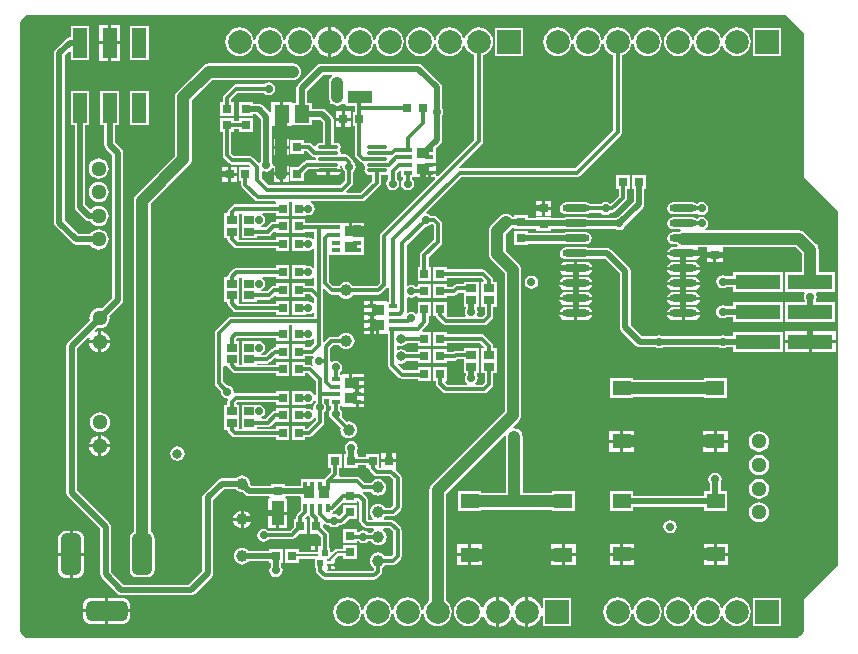
<source format=gtl>
G04 Layer_Physical_Order=1*
G04 Layer_Color=255*
%FSLAX24Y24*%
%MOIN*%
G70*
G01*
G75*
%ADD10C,0.0394*%
%ADD11R,0.0295X0.0315*%
%ADD12R,0.0315X0.0295*%
%ADD13R,0.0433X0.0787*%
%ADD14R,0.0315X0.0315*%
%ADD15R,0.0354X0.0276*%
%ADD16R,0.0315X0.0315*%
%ADD17R,0.0787X0.0433*%
%ADD18R,0.0512X0.0591*%
%ADD19O,0.0669X0.0118*%
%ADD20O,0.0906X0.0236*%
%ADD21R,0.0472X0.0984*%
%ADD22R,0.0610X0.0512*%
%ADD23R,0.1500X0.0500*%
%ADD24R,0.0276X0.0118*%
%ADD25R,0.0394X0.0373*%
%ADD26R,0.0394X0.0372*%
%ADD27R,0.0118X0.0276*%
%ADD28R,0.0373X0.0394*%
%ADD29R,0.0372X0.0394*%
%ADD30R,0.0157X0.0079*%
%ADD31R,0.0197X0.0197*%
%ADD32C,0.0118*%
%ADD33C,0.0080*%
%ADD34C,0.0197*%
%ADD35C,0.0394*%
%ADD36C,0.0100*%
%ADD37C,0.0512*%
%ADD38R,0.0787X0.0787*%
%ADD39C,0.0787*%
G04:AMPARAMS|DCode=40|XSize=66.9mil|YSize=137.8mil|CornerRadius=16.7mil|HoleSize=0mil|Usage=FLASHONLY|Rotation=180.000|XOffset=0mil|YOffset=0mil|HoleType=Round|Shape=RoundedRectangle|*
%AMROUNDEDRECTD40*
21,1,0.0669,0.1043,0,0,180.0*
21,1,0.0335,0.1378,0,0,180.0*
1,1,0.0335,-0.0167,0.0522*
1,1,0.0335,0.0167,0.0522*
1,1,0.0335,0.0167,-0.0522*
1,1,0.0335,-0.0167,-0.0522*
%
%ADD40ROUNDEDRECTD40*%
G04:AMPARAMS|DCode=41|XSize=66.9mil|YSize=137.8mil|CornerRadius=16.7mil|HoleSize=0mil|Usage=FLASHONLY|Rotation=270.000|XOffset=0mil|YOffset=0mil|HoleType=Round|Shape=RoundedRectangle|*
%AMROUNDEDRECTD41*
21,1,0.0669,0.1043,0,0,270.0*
21,1,0.0335,0.1378,0,0,270.0*
1,1,0.0335,-0.0522,-0.0167*
1,1,0.0335,-0.0522,0.0167*
1,1,0.0335,0.0522,0.0167*
1,1,0.0335,0.0522,-0.0167*
%
%ADD41ROUNDEDRECTD41*%
%ADD42C,0.0276*%
%ADD43C,0.0315*%
G36*
X429Y20936D02*
X471Y20936D01*
X25679D01*
X26269Y20346D01*
Y15604D01*
X26279Y15553D01*
X26307Y15511D01*
X27419Y14399D01*
Y2615D01*
X26306Y1503D01*
X26278Y1460D01*
X26268Y1410D01*
Y429D01*
X26240Y362D01*
X26162Y260D01*
X26060Y182D01*
X26027Y168D01*
X577D01*
X569Y168D01*
X520Y170D01*
X494Y171D01*
X445Y175D01*
X445D01*
X407Y179D01*
X375Y187D01*
X350Y195D01*
X350Y195D01*
X315Y202D01*
X234Y256D01*
X180Y337D01*
X162Y429D01*
X163Y436D01*
X164Y445D01*
X164Y452D01*
X163Y456D01*
Y20708D01*
X164Y20708D01*
X164D01*
X164Y20708D01*
X179Y20784D01*
X233Y20865D01*
X314Y20919D01*
X374Y20932D01*
X422Y20936D01*
X429Y20936D01*
D02*
G37*
%LPC*%
G36*
X15436Y20532D02*
X15313Y20515D01*
X15198Y20468D01*
X15099Y20392D01*
X15024Y20293D01*
X14978Y20183D01*
X14966Y20178D01*
X14938D01*
X14926Y20183D01*
X14880Y20293D01*
X14805Y20392D01*
X14706Y20468D01*
X14591Y20515D01*
X14468Y20532D01*
X14344Y20515D01*
X14229Y20468D01*
X14131Y20392D01*
X14055Y20293D01*
X14007Y20178D01*
X14001Y20128D01*
X13950D01*
X13944Y20178D01*
X13896Y20293D01*
X13820Y20392D01*
X13722Y20468D01*
X13607Y20515D01*
X13483Y20532D01*
X13360Y20515D01*
X13245Y20468D01*
X13147Y20392D01*
X13071Y20293D01*
X13023Y20178D01*
X13007Y20055D01*
X13023Y19932D01*
X13071Y19817D01*
X13147Y19718D01*
X13245Y19642D01*
X13360Y19595D01*
X13483Y19579D01*
X13607Y19595D01*
X13722Y19642D01*
X13820Y19718D01*
X13896Y19817D01*
X13944Y19932D01*
X13950Y19982D01*
X14001D01*
X14007Y19932D01*
X14055Y19817D01*
X14131Y19718D01*
X14229Y19642D01*
X14344Y19595D01*
X14468Y19579D01*
X14591Y19595D01*
X14706Y19642D01*
X14805Y19718D01*
X14880Y19817D01*
X14926Y19927D01*
X14938Y19932D01*
X14966D01*
X14978Y19927D01*
X15024Y19817D01*
X15099Y19718D01*
X15198Y19642D01*
X15296Y19602D01*
Y16792D01*
X14078Y15574D01*
X14028Y15595D01*
Y15648D01*
X13840D01*
Y15539D01*
X13972D01*
X13992Y15489D01*
X12188Y13684D01*
X12157Y13638D01*
X12147Y13585D01*
Y12021D01*
X12033Y11907D01*
X11258D01*
X11215Y11963D01*
X11158Y12008D01*
X11091Y12035D01*
X11019Y12045D01*
X10947Y12035D01*
X10880Y12008D01*
X10822Y11963D01*
X10779Y11907D01*
X10594D01*
X10440Y12061D01*
Y12916D01*
X10448Y12963D01*
X10850D01*
X10881Y12963D01*
Y12963D01*
X10899Y12964D01*
Y12964D01*
X11173D01*
Y12963D01*
X11606D01*
Y13452D01*
X11627D01*
Y13562D01*
X11390D01*
Y13662D01*
X11627D01*
Y13707D01*
Y13817D01*
X11390D01*
Y13917D01*
X11627D01*
Y14026D01*
X11472D01*
Y14026D01*
X11225D01*
Y13739D01*
X11125D01*
Y14026D01*
X10878D01*
Y14004D01*
X10678D01*
X10665Y14007D01*
X9658D01*
Y14140D01*
X9206D01*
Y13667D01*
X9658D01*
Y13726D01*
X9957D01*
Y13483D01*
X9907Y13468D01*
X9906Y13469D01*
X9834Y13517D01*
X9750Y13534D01*
X9708Y13526D01*
X9658Y13549D01*
Y13549D01*
X9206D01*
Y13077D01*
X9658D01*
Y13077D01*
X9708Y13100D01*
X9750Y13092D01*
X9834Y13109D01*
X9906Y13157D01*
X9907Y13158D01*
X9957Y13143D01*
Y12538D01*
X9907Y12523D01*
X9906Y12524D01*
X9834Y12572D01*
X9750Y12589D01*
X9708Y12581D01*
X9658Y12604D01*
Y12604D01*
X9206D01*
Y12132D01*
X9658D01*
Y12132D01*
X9708Y12156D01*
X9750Y12147D01*
X9834Y12164D01*
X9906Y12212D01*
X9907Y12214D01*
X9957Y12198D01*
Y11945D01*
X9907Y11912D01*
X9877Y11918D01*
X9658D01*
Y12014D01*
X9206D01*
Y11541D01*
X9658D01*
Y11637D01*
X9819D01*
X9957Y11499D01*
Y11357D01*
X9907Y11342D01*
X9906Y11343D01*
X9834Y11391D01*
X9750Y11408D01*
X9708Y11400D01*
X9658Y11423D01*
Y11423D01*
X9206D01*
Y10951D01*
X9658D01*
Y10951D01*
X9708Y10974D01*
X9750Y10966D01*
X9834Y10983D01*
X9906Y11031D01*
X9907Y11032D01*
X9957Y11017D01*
Y10887D01*
X7178D01*
X7124Y10876D01*
X7078Y10845D01*
X6673Y10440D01*
X6642Y10394D01*
X6632Y10341D01*
Y8678D01*
X6642Y8624D01*
X6673Y8579D01*
X6839Y8413D01*
X6835Y8394D01*
X6852Y8310D01*
X6900Y8238D01*
X6971Y8190D01*
X7056Y8173D01*
X7085Y8128D01*
X7068Y8103D01*
X7057Y8049D01*
Y7956D01*
X6942D01*
Y7523D01*
Y7130D01*
X7057D01*
Y7117D01*
X7068Y7063D01*
X7098Y7018D01*
X7201Y6914D01*
X7247Y6884D01*
X7301Y6873D01*
X8674D01*
Y6778D01*
X9127D01*
Y7250D01*
X8674D01*
Y7154D01*
X8044D01*
Y7206D01*
X8401D01*
X8454Y7217D01*
X8500Y7247D01*
X8637Y7384D01*
X8674Y7368D01*
Y7368D01*
X9127D01*
Y7841D01*
X8674D01*
Y7745D01*
X8659D01*
X8605Y7734D01*
X8559Y7704D01*
X8343Y7487D01*
X8201D01*
X8187Y7533D01*
X8188Y7537D01*
X8257Y7583D01*
X8305Y7655D01*
X8322Y7739D01*
X8305Y7824D01*
X8257Y7896D01*
X8186Y7943D01*
X8101Y7960D01*
X8051Y7950D01*
X8044Y7956D01*
Y7956D01*
X7532D01*
Y7523D01*
Y7154D01*
X7454D01*
Y7523D01*
Y7956D01*
X7374D01*
X7353Y8006D01*
X7401Y8054D01*
X8674D01*
Y7959D01*
X9127D01*
Y8431D01*
X8674D01*
Y8335D01*
X7343D01*
X7315Y8330D01*
X7272Y8368D01*
X7277Y8394D01*
X7260Y8479D01*
X7212Y8550D01*
X7140Y8598D01*
X7056Y8615D01*
X7037Y8611D01*
X6913Y8736D01*
Y9217D01*
X6942Y9255D01*
X6963Y9255D01*
X7059D01*
X7068Y9212D01*
X7098Y9167D01*
X7225Y9040D01*
X7270Y9010D01*
X7324Y8999D01*
X8674D01*
Y8904D01*
X9127D01*
Y9376D01*
X8674D01*
Y9280D01*
X8044D01*
Y9331D01*
X8376D01*
X8430Y9341D01*
X8476Y9372D01*
X8628Y9524D01*
X8674Y9505D01*
Y9494D01*
X9127D01*
Y9967D01*
X8674D01*
Y9871D01*
X8635D01*
X8582Y9860D01*
X8536Y9830D01*
X8318Y9612D01*
X8202D01*
X8187Y9658D01*
X8188Y9662D01*
X8257Y9708D01*
X8305Y9780D01*
X8322Y9864D01*
X8305Y9949D01*
X8257Y10020D01*
X8186Y10068D01*
X8101Y10085D01*
X8051Y10075D01*
X8044Y10081D01*
Y10081D01*
X7532D01*
Y9648D01*
Y9280D01*
X7454D01*
Y9648D01*
Y10081D01*
X7338D01*
Y10140D01*
X7378Y10180D01*
X8674D01*
Y10085D01*
X9127D01*
Y10556D01*
X9127Y10557D01*
X9130Y10606D01*
X9202D01*
X9206Y10557D01*
X9206D01*
Y10085D01*
X9658D01*
Y10085D01*
X9708Y10108D01*
X9750Y10100D01*
X9834Y10117D01*
X9906Y10165D01*
X9907Y10166D01*
X9957Y10151D01*
Y10019D01*
X9809Y9871D01*
X9658D01*
Y9967D01*
X9206D01*
Y9494D01*
X9658D01*
Y9590D01*
X9867D01*
X9908Y9598D01*
X9911Y9595D01*
X9935Y9554D01*
X9893Y9492D01*
X9876Y9408D01*
X9893Y9323D01*
X9919Y9284D01*
X9883Y9248D01*
X9851Y9270D01*
X9798Y9280D01*
X9658D01*
Y9376D01*
X9206D01*
Y8904D01*
X9658D01*
Y8999D01*
X9739D01*
X9997Y8741D01*
Y8297D01*
X9994Y8296D01*
X9947Y8289D01*
X9906Y8351D01*
X9834Y8399D01*
X9750Y8416D01*
X9708Y8407D01*
X9658Y8431D01*
Y8431D01*
X9206D01*
Y7959D01*
X9658D01*
Y7959D01*
X9708Y7982D01*
X9750Y7974D01*
X9834Y7991D01*
X9906Y8039D01*
X9947Y8101D01*
X9994Y8094D01*
X9997Y8093D01*
Y8033D01*
X9982Y8023D01*
X9934Y7951D01*
X9917Y7867D01*
X9929Y7805D01*
X9884Y7775D01*
X9834Y7808D01*
X9750Y7825D01*
X9708Y7817D01*
X9658Y7841D01*
Y7841D01*
X9206D01*
Y7368D01*
X9658D01*
Y7368D01*
X9708Y7392D01*
X9750Y7384D01*
X9834Y7400D01*
X9906Y7448D01*
X9947Y7510D01*
X9994Y7503D01*
X9997Y7502D01*
Y7439D01*
X9713Y7154D01*
X9658D01*
Y7250D01*
X9206D01*
Y6778D01*
X9658D01*
Y6873D01*
X9771D01*
X9825Y6884D01*
X9871Y6914D01*
X10237Y7281D01*
X10268Y7327D01*
X10278Y7380D01*
Y7700D01*
X10294Y7711D01*
X10342Y7782D01*
X10359Y7867D01*
X10342Y7951D01*
X10294Y8023D01*
X10278Y8033D01*
Y8164D01*
X10448D01*
Y7910D01*
X10524D01*
Y7831D01*
X10508Y7820D01*
X10461Y7749D01*
X10444Y7664D01*
X10461Y7580D01*
X10508Y7508D01*
X10554Y7478D01*
X10565Y7461D01*
X10832Y7194D01*
X10823Y7124D01*
X10833Y7052D01*
X10860Y6985D01*
X10905Y6927D01*
X10962Y6883D01*
X11029Y6855D01*
X11101Y6846D01*
X11173Y6855D01*
X11240Y6883D01*
X11298Y6927D01*
X11342Y6985D01*
X11370Y7052D01*
X11379Y7124D01*
X11370Y7196D01*
X11342Y7263D01*
X11298Y7320D01*
X11240Y7364D01*
X11173Y7392D01*
X11101Y7402D01*
X11031Y7392D01*
X10859Y7565D01*
X10869Y7580D01*
X10885Y7664D01*
X10869Y7749D01*
X10821Y7820D01*
X10805Y7831D01*
Y7910D01*
X10878D01*
Y7891D01*
X11152D01*
Y7889D01*
X11340D01*
Y8048D01*
X11390D01*
Y8098D01*
X11627D01*
Y8145D01*
Y8254D01*
X11390D01*
Y8354D01*
X11627D01*
Y8400D01*
Y8509D01*
X11390D01*
Y8609D01*
X11627D01*
Y8655D01*
Y8764D01*
X11390D01*
Y8864D01*
X11627D01*
Y8973D01*
X11472D01*
Y8973D01*
X11225D01*
Y8687D01*
X11125D01*
Y8973D01*
X10878D01*
Y8952D01*
X10805D01*
Y9038D01*
X10821Y9049D01*
X10869Y9120D01*
X10885Y9205D01*
X10869Y9289D01*
X10821Y9361D01*
X10749Y9409D01*
X10665Y9426D01*
X10580Y9409D01*
X10531Y9376D01*
X10481Y9403D01*
Y9836D01*
X10588Y9943D01*
X10779D01*
X10822Y9887D01*
X10880Y9843D01*
X10947Y9815D01*
X11019Y9805D01*
X11091Y9815D01*
X11158Y9843D01*
X11215Y9887D01*
X11260Y9944D01*
X11287Y10012D01*
X11297Y10083D01*
X11287Y10155D01*
X11260Y10222D01*
X11215Y10280D01*
X11158Y10324D01*
X11091Y10352D01*
X11019Y10361D01*
X10947Y10352D01*
X10880Y10324D01*
X10822Y10280D01*
X10779Y10224D01*
X10530D01*
X10476Y10213D01*
X10430Y10183D01*
X10288Y10040D01*
X10238Y10061D01*
Y10746D01*
Y11557D01*
Y11801D01*
X10284Y11821D01*
X10437Y11668D01*
X10482Y11637D01*
X10536Y11626D01*
X10779D01*
X10822Y11570D01*
X10880Y11526D01*
X10947Y11498D01*
X11019Y11489D01*
X11091Y11498D01*
X11158Y11526D01*
X11215Y11570D01*
X11258Y11626D01*
X12091D01*
X12145Y11637D01*
X12191Y11668D01*
X12386Y11863D01*
X12398Y11881D01*
X12448Y11866D01*
Y11384D01*
X12376D01*
Y11404D01*
X12102D01*
Y11406D01*
X11914D01*
Y11247D01*
X11864D01*
Y11197D01*
X11626D01*
Y11088D01*
Y11041D01*
X11864D01*
Y10941D01*
X11626D01*
Y10832D01*
Y10786D01*
X11864D01*
Y10686D01*
X11626D01*
Y10577D01*
Y10531D01*
X11864D01*
Y10431D01*
X11626D01*
Y10322D01*
X11782D01*
Y10321D01*
X12029D01*
Y10608D01*
X12129D01*
Y10321D01*
X12376D01*
X12376Y10321D01*
Y10321D01*
X12376Y10321D01*
X12419Y10305D01*
Y9298D01*
X12430Y9244D01*
X12460Y9198D01*
X12796Y8862D01*
X12842Y8832D01*
X12895Y8821D01*
X13398D01*
Y8744D01*
X13851D01*
Y9216D01*
X13398D01*
Y9102D01*
X12953D01*
X12758Y9297D01*
X12783Y9344D01*
X12855Y9329D01*
X12947Y9348D01*
X13025Y9400D01*
X13045Y9430D01*
X13398D01*
Y9334D01*
X13851D01*
Y9807D01*
X13398D01*
Y9711D01*
X13045D01*
X13025Y9740D01*
X12947Y9793D01*
X12855Y9811D01*
X12763Y9793D01*
X12744Y9780D01*
X12700Y9804D01*
Y9927D01*
X12744Y9951D01*
X12763Y9939D01*
X12855Y9920D01*
X12947Y9939D01*
X13025Y9991D01*
X13045Y10021D01*
X13398D01*
Y9925D01*
X13851D01*
Y10397D01*
X13581D01*
X13562Y10443D01*
X13724Y10606D01*
X13755Y10651D01*
X13765Y10705D01*
Y10909D01*
X13851D01*
Y11381D01*
X13398D01*
Y11009D01*
X13360Y10994D01*
X13348Y10992D01*
X13279Y11039D01*
X13194Y11056D01*
X13110Y11039D01*
X13076Y11016D01*
X13031Y11046D01*
X13036Y11070D01*
Y11521D01*
X13086Y11548D01*
X13110Y11532D01*
X13194Y11515D01*
X13279Y11532D01*
X13348Y11579D01*
X13359Y11576D01*
X13398Y11562D01*
Y11500D01*
X13851D01*
Y11972D01*
X13398D01*
Y11910D01*
X13359Y11895D01*
X13348Y11893D01*
X13279Y11940D01*
X13194Y11957D01*
X13110Y11940D01*
X13086Y11924D01*
X13036Y11951D01*
Y13283D01*
X13647Y13895D01*
X13666Y13891D01*
X13750Y13908D01*
X13822Y13956D01*
X13832Y13971D01*
X13891D01*
X13931Y13932D01*
Y13440D01*
X13525Y13035D01*
X13495Y12989D01*
X13484Y12935D01*
Y12563D01*
X13398D01*
Y12090D01*
X13851D01*
Y12563D01*
X13765D01*
Y12877D01*
X14171Y13283D01*
X14201Y13328D01*
X14212Y13382D01*
Y13990D01*
X14201Y14044D01*
X14171Y14089D01*
X14049Y14211D01*
X14003Y14242D01*
X13950Y14252D01*
X13832D01*
X13822Y14268D01*
X13750Y14316D01*
X13703Y14325D01*
X13686Y14380D01*
X14859Y15553D01*
X18702D01*
X18756Y15564D01*
X18801Y15594D01*
X20167Y16960D01*
X20198Y17005D01*
X20208Y17059D01*
Y19602D01*
X20306Y19642D01*
X20405Y19718D01*
X20480Y19817D01*
X20528Y19932D01*
X20540Y20019D01*
X20542Y20042D01*
X20593D01*
X20596Y20019D01*
X20607Y19932D01*
X20655Y19817D01*
X20731Y19718D01*
X20829Y19642D01*
X20944Y19595D01*
X21068Y19578D01*
X21191Y19595D01*
X21306Y19642D01*
X21405Y19718D01*
X21480Y19817D01*
X21528Y19932D01*
X21544Y20055D01*
X21528Y20178D01*
X21480Y20293D01*
X21405Y20392D01*
X21306Y20468D01*
X21191Y20515D01*
X21068Y20532D01*
X20944Y20515D01*
X20829Y20468D01*
X20731Y20392D01*
X20655Y20293D01*
X20607Y20178D01*
X20596Y20091D01*
X20593Y20068D01*
X20542D01*
X20540Y20091D01*
X20528Y20178D01*
X20480Y20293D01*
X20405Y20392D01*
X20306Y20468D01*
X20191Y20515D01*
X20068Y20532D01*
X19944Y20515D01*
X19829Y20468D01*
X19731Y20392D01*
X19655Y20293D01*
X19607Y20178D01*
X19596Y20091D01*
X19593Y20068D01*
X19542D01*
X19540Y20091D01*
X19528Y20178D01*
X19480Y20293D01*
X19405Y20392D01*
X19306Y20468D01*
X19191Y20515D01*
X19068Y20532D01*
X18944Y20515D01*
X18829Y20468D01*
X18731Y20392D01*
X18655Y20293D01*
X18607Y20178D01*
X18596Y20091D01*
X18593Y20068D01*
X18542D01*
X18540Y20091D01*
X18528Y20178D01*
X18480Y20293D01*
X18405Y20392D01*
X18306Y20468D01*
X18191Y20515D01*
X18068Y20532D01*
X17944Y20515D01*
X17829Y20468D01*
X17731Y20392D01*
X17655Y20293D01*
X17607Y20178D01*
X17591Y20055D01*
X17607Y19932D01*
X17655Y19817D01*
X17731Y19718D01*
X17829Y19642D01*
X17944Y19595D01*
X18068Y19578D01*
X18191Y19595D01*
X18306Y19642D01*
X18405Y19718D01*
X18480Y19817D01*
X18528Y19932D01*
X18540Y20019D01*
X18542Y20042D01*
X18593D01*
X18596Y20019D01*
X18607Y19932D01*
X18655Y19817D01*
X18731Y19718D01*
X18829Y19642D01*
X18944Y19595D01*
X19068Y19578D01*
X19191Y19595D01*
X19306Y19642D01*
X19405Y19718D01*
X19480Y19817D01*
X19528Y19932D01*
X19540Y20019D01*
X19542Y20042D01*
X19593D01*
X19596Y20019D01*
X19607Y19932D01*
X19655Y19817D01*
X19731Y19718D01*
X19829Y19642D01*
X19927Y19602D01*
Y17117D01*
X18644Y15834D01*
X14806D01*
X14797Y15844D01*
X14782Y15881D01*
X15536Y16635D01*
X15566Y16680D01*
X15577Y16734D01*
Y19602D01*
X15674Y19642D01*
X15773Y19718D01*
X15849Y19817D01*
X15897Y19932D01*
X15913Y20055D01*
X15897Y20178D01*
X15849Y20293D01*
X15773Y20392D01*
X15674Y20468D01*
X15560Y20515D01*
X15436Y20532D01*
D02*
G37*
G36*
X24036Y20532D02*
X23913Y20515D01*
X23798Y20468D01*
X23699Y20392D01*
X23624Y20293D01*
X23578Y20183D01*
X23565Y20178D01*
X23538D01*
X23526Y20183D01*
X23480Y20293D01*
X23405Y20392D01*
X23306Y20468D01*
X23191Y20515D01*
X23068Y20532D01*
X22944Y20515D01*
X22829Y20468D01*
X22731Y20392D01*
X22655Y20293D01*
X22607Y20178D01*
X22601Y20128D01*
X22550D01*
X22544Y20178D01*
X22496Y20293D01*
X22420Y20392D01*
X22322Y20468D01*
X22207Y20515D01*
X22083Y20532D01*
X21960Y20515D01*
X21845Y20468D01*
X21746Y20392D01*
X21671Y20293D01*
X21623Y20178D01*
X21607Y20055D01*
X21623Y19932D01*
X21671Y19817D01*
X21746Y19718D01*
X21845Y19642D01*
X21960Y19595D01*
X22083Y19578D01*
X22207Y19595D01*
X22322Y19642D01*
X22420Y19718D01*
X22496Y19817D01*
X22544Y19932D01*
X22550Y19982D01*
X22601D01*
X22607Y19932D01*
X22655Y19817D01*
X22731Y19718D01*
X22829Y19642D01*
X22944Y19595D01*
X23068Y19578D01*
X23191Y19595D01*
X23306Y19642D01*
X23405Y19718D01*
X23480Y19817D01*
X23526Y19927D01*
X23538Y19932D01*
X23565D01*
X23578Y19927D01*
X23624Y19817D01*
X23699Y19718D01*
X23798Y19642D01*
X23913Y19595D01*
X24036Y19578D01*
X24160Y19595D01*
X24274Y19642D01*
X24373Y19718D01*
X24449Y19817D01*
X24496Y19932D01*
X24513Y20055D01*
X24496Y20178D01*
X24449Y20293D01*
X24373Y20392D01*
X24274Y20468D01*
X24160Y20515D01*
X24036Y20532D01*
D02*
G37*
G36*
X10418Y20547D02*
X10339Y20536D01*
X10219Y20486D01*
X10116Y20407D01*
X10036Y20304D01*
X9987Y20184D01*
X9982Y20150D01*
X9932D01*
X9928Y20178D01*
X9880Y20293D01*
X9805Y20392D01*
X9706Y20468D01*
X9591Y20515D01*
X9468Y20532D01*
X9344Y20515D01*
X9229Y20468D01*
X9131Y20392D01*
X9055Y20293D01*
X9007Y20178D01*
X8996Y20091D01*
X8993Y20068D01*
X8942D01*
X8940Y20091D01*
X8928Y20178D01*
X8880Y20293D01*
X8805Y20392D01*
X8706Y20468D01*
X8591Y20515D01*
X8468Y20532D01*
X8344Y20515D01*
X8229Y20468D01*
X8131Y20392D01*
X8055Y20293D01*
X8007Y20178D01*
X7996Y20091D01*
X7993Y20068D01*
X7943D01*
X7940Y20091D01*
X7928Y20178D01*
X7880Y20293D01*
X7805Y20392D01*
X7706Y20468D01*
X7591Y20515D01*
X7468Y20532D01*
X7344Y20515D01*
X7229Y20468D01*
X7131Y20392D01*
X7055Y20293D01*
X7007Y20178D01*
X6991Y20055D01*
X7007Y19932D01*
X7055Y19817D01*
X7131Y19718D01*
X7229Y19642D01*
X7344Y19595D01*
X7468Y19579D01*
X7591Y19595D01*
X7706Y19642D01*
X7805Y19718D01*
X7880Y19817D01*
X7928Y19932D01*
X7940Y20020D01*
X7943Y20042D01*
X7993D01*
X7996Y20020D01*
X8007Y19932D01*
X8055Y19817D01*
X8131Y19718D01*
X8229Y19642D01*
X8344Y19595D01*
X8468Y19579D01*
X8591Y19595D01*
X8706Y19642D01*
X8805Y19718D01*
X8880Y19817D01*
X8928Y19932D01*
X8940Y20020D01*
X8942Y20042D01*
X8993D01*
X8996Y20020D01*
X9007Y19932D01*
X9055Y19817D01*
X9131Y19718D01*
X9229Y19642D01*
X9344Y19595D01*
X9468Y19579D01*
X9591Y19595D01*
X9706Y19642D01*
X9805Y19718D01*
X9880Y19817D01*
X9928Y19932D01*
X9932Y19961D01*
X9982D01*
X9987Y19926D01*
X10036Y19806D01*
X10116Y19703D01*
X10219Y19624D01*
X10339Y19574D01*
X10418Y19564D01*
Y20055D01*
Y20547D01*
D02*
G37*
G36*
X3468Y20611D02*
X3182D01*
Y20069D01*
X3468D01*
Y20611D01*
D02*
G37*
G36*
X3081D02*
X2795D01*
Y20069D01*
X3081D01*
Y20611D01*
D02*
G37*
G36*
X16909Y20528D02*
X15964D01*
Y19583D01*
X16909D01*
Y20528D01*
D02*
G37*
G36*
X25509Y20527D02*
X24564D01*
Y19583D01*
X25509D01*
Y20527D01*
D02*
G37*
G36*
X10518Y20547D02*
Y20055D01*
Y19564D01*
X10597Y19574D01*
X10717Y19624D01*
X10820Y19703D01*
X10899Y19806D01*
X10949Y19926D01*
X10953Y19961D01*
X11004D01*
X11007Y19932D01*
X11055Y19817D01*
X11131Y19718D01*
X11229Y19642D01*
X11344Y19595D01*
X11468Y19579D01*
X11591Y19595D01*
X11706Y19642D01*
X11805Y19718D01*
X11880Y19817D01*
X11928Y19932D01*
X11940Y20020D01*
X11942Y20042D01*
X11993D01*
X11996Y20020D01*
X12007Y19932D01*
X12055Y19817D01*
X12131Y19718D01*
X12229Y19642D01*
X12344Y19595D01*
X12468Y19579D01*
X12591Y19595D01*
X12706Y19642D01*
X12805Y19718D01*
X12880Y19817D01*
X12928Y19932D01*
X12944Y20055D01*
X12928Y20178D01*
X12880Y20293D01*
X12805Y20392D01*
X12706Y20468D01*
X12591Y20515D01*
X12468Y20532D01*
X12344Y20515D01*
X12229Y20468D01*
X12131Y20392D01*
X12055Y20293D01*
X12007Y20178D01*
X11996Y20091D01*
X11993Y20068D01*
X11942D01*
X11940Y20091D01*
X11928Y20178D01*
X11880Y20293D01*
X11805Y20392D01*
X11706Y20468D01*
X11591Y20515D01*
X11468Y20532D01*
X11344Y20515D01*
X11229Y20468D01*
X11131Y20392D01*
X11055Y20293D01*
X11007Y20178D01*
X11004Y20150D01*
X10953D01*
X10949Y20184D01*
X10899Y20304D01*
X10820Y20407D01*
X10717Y20486D01*
X10597Y20536D01*
X10518Y20547D01*
D02*
G37*
G36*
X4431Y20589D02*
X3801D01*
Y19448D01*
X4431D01*
Y20589D01*
D02*
G37*
G36*
X2462D02*
X1832D01*
Y20199D01*
X1811D01*
X1742Y20185D01*
X1683Y20146D01*
X1332Y19795D01*
X1293Y19736D01*
X1279Y19667D01*
Y14031D01*
X1293Y13962D01*
X1332Y13903D01*
X1894Y13341D01*
X1953Y13302D01*
X2022Y13288D01*
X2485D01*
X2530Y13230D01*
X2600Y13176D01*
X2681Y13142D01*
X2768Y13131D01*
X2856Y13142D01*
X2937Y13176D01*
X3007Y13230D01*
X3061Y13300D01*
X3094Y13381D01*
X3106Y13469D01*
X3094Y13556D01*
X3061Y13637D01*
X3007Y13707D01*
X2937Y13761D01*
X2856Y13795D01*
X2768Y13806D01*
X2681Y13795D01*
X2600Y13761D01*
X2530Y13707D01*
X2485Y13649D01*
X2097D01*
X1640Y14106D01*
Y19592D01*
X1786Y19738D01*
X1832Y19719D01*
Y19448D01*
X2462D01*
Y20589D01*
D02*
G37*
G36*
X3468Y19969D02*
X3182D01*
Y19426D01*
X3468D01*
Y19969D01*
D02*
G37*
G36*
X3081D02*
X2795D01*
Y19426D01*
X3081D01*
Y19969D01*
D02*
G37*
G36*
X8435Y18712D02*
X8350Y18695D01*
X8279Y18647D01*
X8268Y18632D01*
X7340D01*
X7286Y18621D01*
X7240Y18591D01*
X6942Y18292D01*
X6912Y18247D01*
X6901Y18193D01*
Y18040D01*
X6805D01*
Y17587D01*
X7278D01*
Y18040D01*
X7182D01*
Y18135D01*
X7398Y18351D01*
X8268D01*
X8279Y18335D01*
X8350Y18287D01*
X8435Y18271D01*
X8519Y18287D01*
X8591Y18335D01*
X8639Y18407D01*
X8655Y18491D01*
X8639Y18576D01*
X8591Y18647D01*
X8519Y18695D01*
X8435Y18712D01*
D02*
G37*
G36*
X13422Y19321D02*
X10178D01*
X10109Y19307D01*
X10051Y19268D01*
X9412Y18629D01*
X9373Y18571D01*
X9359Y18502D01*
Y18014D01*
X9226D01*
Y18035D01*
X8920D01*
Y17640D01*
Y17244D01*
X9226D01*
Y17266D01*
X9874D01*
Y17459D01*
X10144D01*
X10237Y17367D01*
Y16696D01*
X10147D01*
X10093Y16686D01*
X10048Y16655D01*
X10017Y16610D01*
X10010Y16577D01*
X9959Y16557D01*
X9872Y16644D01*
X9827Y16675D01*
X9773Y16685D01*
X9616D01*
Y16781D01*
X9163D01*
Y16309D01*
X9616D01*
Y16404D01*
X9715D01*
X9859Y16260D01*
X9905Y16229D01*
X9959Y16219D01*
X9967D01*
X10008Y16169D01*
X10006Y16162D01*
X10008Y16156D01*
X9967Y16106D01*
X9702D01*
X9649Y16095D01*
X9603Y16065D01*
X9427Y15889D01*
X9163D01*
Y15417D01*
X9616D01*
Y15680D01*
X9761Y15825D01*
X9956D01*
X9962Y15819D01*
X10422D01*
X10850D01*
X10848Y15831D01*
X10813Y15883D01*
X10810Y15885D01*
X10828Y15912D01*
X10839Y15965D01*
X10862Y15970D01*
X10896Y15925D01*
X10890Y15896D01*
X10907Y15812D01*
X10955Y15740D01*
X10965Y15733D01*
Y15421D01*
X10810Y15266D01*
X8452D01*
X8198Y15521D01*
Y15727D01*
X8242Y15751D01*
X8269Y15733D01*
X8354Y15716D01*
X8438Y15733D01*
X8510Y15781D01*
X8558Y15852D01*
X8561Y15868D01*
X8611Y15863D01*
Y15703D01*
X8808D01*
Y15910D01*
X8620D01*
X8589Y15928D01*
X8573Y15941D01*
X8558Y16021D01*
X8534Y16056D01*
Y17244D01*
X8820D01*
Y17640D01*
Y18035D01*
X8515D01*
Y17724D01*
X8465Y17703D01*
X8226Y17942D01*
X8168Y17981D01*
X8098Y17994D01*
X7907D01*
Y18040D01*
X7435D01*
Y17587D01*
X7907D01*
Y17633D01*
X8024D01*
X8173Y17484D01*
Y16056D01*
X8159Y16035D01*
X8103Y16021D01*
X7926Y16198D01*
X7880Y16229D01*
X7826Y16239D01*
X7276D01*
X7182Y16334D01*
Y17056D01*
X7278D01*
Y17142D01*
X7435D01*
Y17056D01*
X7907D01*
Y17509D01*
X7435D01*
Y17423D01*
X7278D01*
Y17509D01*
X6805D01*
Y17056D01*
X6901D01*
Y16276D01*
X6912Y16222D01*
X6942Y16176D01*
X7119Y15999D01*
X7164Y15969D01*
X7218Y15958D01*
X7768D01*
X7807Y15919D01*
X7788Y15873D01*
X7436D01*
Y15401D01*
X7522D01*
Y15289D01*
X7533Y15236D01*
X7563Y15190D01*
X7970Y14783D01*
X8016Y14752D01*
X8070Y14742D01*
X8629D01*
X8674Y14730D01*
X8674Y14670D01*
X8639Y14635D01*
X7317D01*
X7263Y14624D01*
X7217Y14593D01*
X7098Y14475D01*
X7068Y14429D01*
X7057Y14375D01*
Y14337D01*
X6942D01*
Y13904D01*
Y13511D01*
X7057D01*
Y13483D01*
X7068Y13430D01*
X7098Y13384D01*
X7269Y13214D01*
X7314Y13183D01*
X7368Y13173D01*
X8674D01*
Y13077D01*
X9127D01*
Y13549D01*
X8674D01*
Y13453D01*
X7464D01*
X7458Y13463D01*
X7454Y13511D01*
X7454D01*
Y13904D01*
Y14322D01*
X7493Y14345D01*
X7532Y14322D01*
Y13904D01*
Y13511D01*
X8044D01*
Y13587D01*
X8416D01*
X8469Y13598D01*
X8515Y13629D01*
X8624Y13738D01*
X8674Y13717D01*
Y13667D01*
X9127D01*
Y14140D01*
X8674D01*
Y14044D01*
X8591D01*
X8538Y14033D01*
X8492Y14003D01*
X8357Y13868D01*
X8201D01*
X8187Y13915D01*
X8188Y13918D01*
X8257Y13965D01*
X8305Y14036D01*
X8322Y14121D01*
X8305Y14205D01*
X8257Y14277D01*
X8217Y14304D01*
X8233Y14354D01*
X8674D01*
Y14258D01*
X9127D01*
X9127Y14710D01*
X9166Y14732D01*
X9206Y14710D01*
Y14258D01*
X9658D01*
Y14258D01*
X9708Y14282D01*
X9750Y14273D01*
X9834Y14290D01*
X9906Y14338D01*
X9954Y14410D01*
X9970Y14494D01*
X9954Y14579D01*
X9906Y14650D01*
X9843Y14692D01*
X9851Y14739D01*
X9852Y14742D01*
X11557D01*
X11611Y14752D01*
X11656Y14783D01*
X12135Y15261D01*
X12165Y15307D01*
X12176Y15361D01*
Y15628D01*
X12312D01*
X12366Y15639D01*
X12380Y15648D01*
X12430Y15622D01*
Y15495D01*
X12415Y15484D01*
X12367Y15413D01*
X12350Y15328D01*
X12367Y15244D01*
X12415Y15172D01*
X12486Y15124D01*
X12571Y15108D01*
X12655Y15124D01*
X12727Y15172D01*
X12775Y15244D01*
X12792Y15328D01*
X12775Y15413D01*
X12727Y15484D01*
X12711Y15495D01*
Y15676D01*
X12802Y15767D01*
X12848Y15747D01*
Y15560D01*
X12924D01*
Y15495D01*
X12909Y15484D01*
X12861Y15413D01*
X12844Y15328D01*
X12861Y15244D01*
X12909Y15172D01*
X12980Y15124D01*
X13065Y15108D01*
X13149Y15124D01*
X13221Y15172D01*
X13269Y15244D01*
X13286Y15328D01*
X13269Y15413D01*
X13221Y15484D01*
X13205Y15495D01*
Y15560D01*
X13278D01*
Y15540D01*
X13552D01*
Y15539D01*
X13740D01*
Y15698D01*
X13790D01*
Y15748D01*
X14028D01*
Y15795D01*
Y15904D01*
X13790D01*
Y16004D01*
X14028D01*
Y16113D01*
X14007D01*
Y16512D01*
X14158Y16664D01*
X14198Y16723D01*
X14211Y16792D01*
Y17601D01*
X14235Y17636D01*
X14251Y17721D01*
X14235Y17805D01*
X14211Y17840D01*
Y18532D01*
X14198Y18601D01*
X14158Y18660D01*
X13550Y19268D01*
X13492Y19307D01*
X13422Y19321D01*
D02*
G37*
G36*
X4431Y18424D02*
X3801D01*
Y17282D01*
X4431D01*
Y18424D01*
D02*
G37*
G36*
X9106Y16802D02*
X8908D01*
Y16595D01*
X9106D01*
Y16802D01*
D02*
G37*
G36*
X8808D02*
X8611D01*
Y16595D01*
X8808D01*
Y16802D01*
D02*
G37*
G36*
X9106Y16495D02*
X8908D01*
Y16287D01*
X9106D01*
Y16495D01*
D02*
G37*
G36*
X8808D02*
X8611D01*
Y16287D01*
X8808D01*
Y16495D01*
D02*
G37*
G36*
X9106Y15910D02*
X8908D01*
Y15703D01*
X9106D01*
Y15910D01*
D02*
G37*
G36*
X7379Y15894D02*
X7181D01*
Y15687D01*
X7379D01*
Y15894D01*
D02*
G37*
G36*
X7081D02*
X6883D01*
Y15687D01*
X7081D01*
Y15894D01*
D02*
G37*
G36*
X10850Y15718D02*
X10472D01*
Y15606D01*
X10698D01*
X10760Y15619D01*
X10813Y15654D01*
X10848Y15706D01*
X10850Y15718D01*
D02*
G37*
G36*
X10372D02*
X9995D01*
X9997Y15706D01*
X10032Y15654D01*
X10085Y15619D01*
X10147Y15606D01*
X10372D01*
Y15718D01*
D02*
G37*
G36*
X2768Y16168D02*
X2681Y16157D01*
X2600Y16123D01*
X2530Y16069D01*
X2476Y15999D01*
X2442Y15918D01*
X2431Y15831D01*
X2442Y15743D01*
X2476Y15662D01*
X2530Y15592D01*
X2600Y15538D01*
X2681Y15505D01*
X2768Y15493D01*
X2856Y15505D01*
X2937Y15538D01*
X3007Y15592D01*
X3061Y15662D01*
X3094Y15743D01*
X3106Y15831D01*
X3094Y15918D01*
X3061Y15999D01*
X3007Y16069D01*
X2937Y16123D01*
X2856Y16157D01*
X2768Y16168D01*
D02*
G37*
G36*
X9106Y15603D02*
X8908D01*
Y15395D01*
X9106D01*
Y15603D01*
D02*
G37*
G36*
X8808D02*
X8611D01*
Y15395D01*
X8808D01*
Y15603D01*
D02*
G37*
G36*
X7379Y15587D02*
X7181D01*
Y15380D01*
X7379D01*
Y15587D01*
D02*
G37*
G36*
X7081D02*
X6883D01*
Y15380D01*
X7081D01*
Y15587D01*
D02*
G37*
G36*
X2768Y15381D02*
X2681Y15369D01*
X2600Y15336D01*
X2530Y15282D01*
X2476Y15212D01*
X2442Y15131D01*
X2431Y15043D01*
X2442Y14956D01*
X2476Y14875D01*
X2530Y14805D01*
X2600Y14751D01*
X2681Y14717D01*
X2768Y14706D01*
X2856Y14717D01*
X2937Y14751D01*
X3007Y14805D01*
X3061Y14875D01*
X3094Y14956D01*
X3106Y15043D01*
X3094Y15131D01*
X3061Y15212D01*
X3007Y15282D01*
X2937Y15336D01*
X2856Y15369D01*
X2768Y15381D01*
D02*
G37*
G36*
X20472Y15625D02*
X20020D01*
Y15153D01*
X20106D01*
Y14911D01*
X19871Y14676D01*
X19823Y14657D01*
X19752Y14705D01*
X19667Y14722D01*
X19583Y14705D01*
X19511Y14657D01*
X19501Y14642D01*
X19154D01*
X19153Y14643D01*
X19088Y14687D01*
X19011Y14702D01*
X18341D01*
X18265Y14687D01*
X18200Y14643D01*
X18156Y14578D01*
X18141Y14501D01*
X18156Y14424D01*
X18200Y14359D01*
X18265Y14316D01*
X18341Y14300D01*
X19011D01*
X19088Y14316D01*
X19153Y14359D01*
X19154Y14361D01*
X19501D01*
X19511Y14345D01*
X19583Y14297D01*
X19667Y14280D01*
X19752Y14297D01*
X19823Y14345D01*
X19834Y14361D01*
X19894D01*
X19948Y14371D01*
X19994Y14402D01*
X20345Y14753D01*
X20376Y14799D01*
X20387Y14853D01*
Y15153D01*
X20472D01*
Y15625D01*
D02*
G37*
G36*
X22871Y14722D02*
X22786Y14705D01*
X22715Y14657D01*
X22714Y14657D01*
X22670Y14687D01*
X22593Y14702D01*
X21924D01*
X21847Y14687D01*
X21782Y14643D01*
X21739Y14578D01*
X21723Y14501D01*
X21739Y14424D01*
X21782Y14359D01*
X21847Y14316D01*
X21924Y14300D01*
X22593D01*
X22670Y14316D01*
X22714Y14345D01*
X22715Y14345D01*
X22786Y14297D01*
X22871Y14280D01*
X22955Y14297D01*
X23027Y14345D01*
X23075Y14417D01*
X23092Y14501D01*
X23075Y14586D01*
X23027Y14657D01*
X22955Y14705D01*
X22871Y14722D01*
D02*
G37*
G36*
X17856Y14758D02*
X17648D01*
Y14561D01*
X17856D01*
Y14758D01*
D02*
G37*
G36*
X17548D02*
X17341D01*
Y14561D01*
X17548D01*
Y14758D01*
D02*
G37*
G36*
X17856Y14461D02*
X17648D01*
Y14263D01*
X17856D01*
Y14461D01*
D02*
G37*
G36*
X17548D02*
X17341D01*
Y14263D01*
X17548D01*
Y14461D01*
D02*
G37*
G36*
X21004Y15625D02*
X20551D01*
Y15153D01*
X20597D01*
Y14729D01*
X20081Y14213D01*
X20040Y14205D01*
X20005Y14182D01*
X19095D01*
X19088Y14187D01*
X19011Y14202D01*
X18341D01*
X18265Y14187D01*
X18257Y14182D01*
X17835D01*
Y14206D01*
X17362D01*
Y14182D01*
X17087D01*
Y14267D01*
X16614D01*
Y14221D01*
X16561D01*
X16549Y14237D01*
X16491Y14281D01*
X16424Y14309D01*
X16352Y14319D01*
X16280Y14309D01*
X16213Y14281D01*
X16155Y14237D01*
X15862Y13943D01*
X15818Y13886D01*
X15790Y13819D01*
X15780Y13747D01*
Y12976D01*
X15790Y12904D01*
X15818Y12837D01*
X15862Y12780D01*
X16307Y12334D01*
Y7739D01*
X13871Y5302D01*
X13827Y5245D01*
X13799Y5178D01*
X13790Y5106D01*
Y1437D01*
X13731Y1392D01*
X13655Y1293D01*
X13607Y1178D01*
X13596Y1091D01*
X13593Y1068D01*
X13542D01*
X13540Y1091D01*
X13528Y1178D01*
X13480Y1293D01*
X13405Y1392D01*
X13306Y1468D01*
X13191Y1515D01*
X13068Y1532D01*
X12944Y1515D01*
X12829Y1468D01*
X12731Y1392D01*
X12655Y1293D01*
X12607Y1178D01*
X12596Y1091D01*
X12593Y1068D01*
X12542D01*
X12540Y1091D01*
X12528Y1178D01*
X12480Y1293D01*
X12405Y1392D01*
X12306Y1468D01*
X12191Y1515D01*
X12068Y1532D01*
X11944Y1515D01*
X11829Y1468D01*
X11731Y1392D01*
X11655Y1293D01*
X11607Y1178D01*
X11596Y1091D01*
X11593Y1068D01*
X11542D01*
X11540Y1091D01*
X11528Y1178D01*
X11480Y1293D01*
X11405Y1392D01*
X11306Y1468D01*
X11191Y1515D01*
X11068Y1532D01*
X10944Y1515D01*
X10829Y1468D01*
X10731Y1392D01*
X10655Y1293D01*
X10607Y1178D01*
X10591Y1055D01*
X10607Y932D01*
X10655Y817D01*
X10731Y718D01*
X10829Y642D01*
X10944Y595D01*
X11068Y578D01*
X11191Y595D01*
X11306Y642D01*
X11405Y718D01*
X11480Y817D01*
X11528Y932D01*
X11540Y1019D01*
X11542Y1042D01*
X11593D01*
X11596Y1019D01*
X11607Y932D01*
X11655Y817D01*
X11731Y718D01*
X11829Y642D01*
X11944Y595D01*
X12068Y578D01*
X12191Y595D01*
X12306Y642D01*
X12405Y718D01*
X12480Y817D01*
X12528Y932D01*
X12540Y1019D01*
X12542Y1042D01*
X12593D01*
X12596Y1019D01*
X12607Y932D01*
X12655Y817D01*
X12731Y718D01*
X12829Y642D01*
X12944Y595D01*
X13068Y578D01*
X13191Y595D01*
X13306Y642D01*
X13405Y718D01*
X13480Y817D01*
X13528Y932D01*
X13540Y1019D01*
X13542Y1042D01*
X13593D01*
X13596Y1019D01*
X13607Y932D01*
X13655Y817D01*
X13731Y718D01*
X13829Y642D01*
X13944Y595D01*
X14068Y578D01*
X14191Y595D01*
X14306Y642D01*
X14405Y718D01*
X14480Y817D01*
X14528Y932D01*
X14544Y1055D01*
X14528Y1178D01*
X14480Y1293D01*
X14405Y1392D01*
X14346Y1437D01*
Y4991D01*
X16305Y6950D01*
X16352Y6927D01*
X16348Y6894D01*
Y5014D01*
X15517D01*
Y5071D01*
X14750D01*
Y4401D01*
X15517D01*
Y4458D01*
X17880D01*
Y4401D01*
X18647D01*
Y5071D01*
X17880D01*
Y5014D01*
X16904D01*
Y6894D01*
X16894Y6966D01*
X16867Y7033D01*
X16823Y7090D01*
X16765Y7134D01*
X16698Y7162D01*
X16626Y7172D01*
X16593Y7167D01*
X16570Y7215D01*
X16782Y7427D01*
X16826Y7485D01*
X16854Y7552D01*
X16863Y7624D01*
Y12449D01*
X16854Y12521D01*
X16826Y12588D01*
X16782Y12646D01*
X16336Y13092D01*
Y13632D01*
X16549Y13844D01*
X16561Y13860D01*
X16614D01*
Y13814D01*
X17087D01*
Y13821D01*
X17362D01*
Y13753D01*
X17835D01*
Y13821D01*
X18257D01*
X18265Y13816D01*
X18341Y13800D01*
X19011D01*
X19088Y13816D01*
X19095Y13821D01*
X20005D01*
X20040Y13797D01*
X20124Y13780D01*
X20209Y13797D01*
X20281Y13845D01*
X20328Y13917D01*
X20337Y13958D01*
X20905Y14527D01*
X20944Y14585D01*
X20958Y14654D01*
Y15153D01*
X21004D01*
Y15625D01*
D02*
G37*
G36*
X22871Y14222D02*
X22786Y14205D01*
X22715Y14157D01*
X22714Y14157D01*
X22670Y14187D01*
X22593Y14202D01*
X21924D01*
X21847Y14187D01*
X21782Y14143D01*
X21739Y14078D01*
X21723Y14001D01*
X21739Y13924D01*
X21782Y13859D01*
X21847Y13816D01*
X21924Y13800D01*
X22159D01*
X22169Y13750D01*
X22120Y13730D01*
X22083Y13702D01*
X21924D01*
X21847Y13687D01*
X21782Y13643D01*
X21739Y13578D01*
X21723Y13501D01*
X21739Y13424D01*
X21782Y13359D01*
X21847Y13316D01*
X21924Y13300D01*
X22049D01*
X22074Y13272D01*
X22056Y13224D01*
X21924D01*
X21839Y13207D01*
X21767Y13158D01*
X21719Y13086D01*
X21712Y13051D01*
X22259D01*
X22806D01*
X22799Y13086D01*
X22751Y13158D01*
X22746Y13161D01*
X22761Y13211D01*
X23002D01*
X23050Y13205D01*
X23050Y13161D01*
Y13008D01*
X23565D01*
X23565Y13205D01*
X23612Y13211D01*
X26014D01*
X26213Y13013D01*
Y12384D01*
X25662D01*
Y11726D01*
X26280D01*
X26307Y11676D01*
X26287Y11646D01*
X26270Y11562D01*
X26287Y11477D01*
X26310Y11442D01*
Y11384D01*
X25662D01*
Y10726D01*
X27319D01*
Y11384D01*
X26671D01*
Y11442D01*
X26695Y11477D01*
X26711Y11562D01*
X26695Y11646D01*
X26674Y11676D01*
X26701Y11726D01*
X27319D01*
Y12384D01*
X26769D01*
Y13128D01*
X26759Y13200D01*
X26731Y13267D01*
X26687Y13325D01*
X26326Y13686D01*
X26268Y13730D01*
X26201Y13758D01*
X26129Y13767D01*
X23001D01*
X22985Y13817D01*
X23027Y13845D01*
X23075Y13917D01*
X23092Y14001D01*
X23075Y14086D01*
X23027Y14157D01*
X22955Y14205D01*
X22871Y14222D01*
D02*
G37*
G36*
X2462Y18424D02*
X1832D01*
Y17282D01*
X1967D01*
Y14560D01*
X1980Y14491D01*
X2020Y14432D01*
X2323Y14128D01*
X2382Y14089D01*
X2451Y14075D01*
X2485D01*
X2530Y14017D01*
X2600Y13964D01*
X2681Y13930D01*
X2768Y13918D01*
X2856Y13930D01*
X2937Y13964D01*
X3007Y14017D01*
X3061Y14087D01*
X3094Y14169D01*
X3106Y14256D01*
X3094Y14343D01*
X3061Y14425D01*
X3007Y14495D01*
X2937Y14548D01*
X2856Y14582D01*
X2768Y14593D01*
X2681Y14582D01*
X2600Y14548D01*
X2530Y14495D01*
X2526Y14490D01*
X2476Y14487D01*
X2328Y14635D01*
Y17282D01*
X2462D01*
Y18424D01*
D02*
G37*
G36*
X17087Y13735D02*
X16614D01*
Y13283D01*
X17087D01*
Y13321D01*
X18257D01*
X18265Y13316D01*
X18341Y13300D01*
X19011D01*
X19088Y13316D01*
X19153Y13359D01*
X19196Y13424D01*
X19211Y13501D01*
X19196Y13578D01*
X19153Y13643D01*
X19088Y13687D01*
X19011Y13702D01*
X18341D01*
X18265Y13687D01*
X18257Y13682D01*
X17087D01*
Y13735D01*
D02*
G37*
G36*
X22806Y12951D02*
X22309D01*
Y12779D01*
X22593D01*
X22679Y12796D01*
X22751Y12844D01*
X22799Y12916D01*
X22806Y12951D01*
D02*
G37*
G36*
X22209D02*
X21712D01*
X21719Y12916D01*
X21767Y12844D01*
X21839Y12796D01*
X21924Y12779D01*
X22209D01*
Y12951D01*
D02*
G37*
G36*
X23565Y12908D02*
X23357D01*
Y12710D01*
X23565D01*
Y12908D01*
D02*
G37*
G36*
X23257D02*
X23050D01*
Y12710D01*
X23257D01*
Y12908D01*
D02*
G37*
G36*
X22593Y12724D02*
X22309D01*
Y12551D01*
X22806D01*
X22799Y12586D01*
X22751Y12658D01*
X22679Y12707D01*
X22593Y12724D01*
D02*
G37*
G36*
X19011D02*
X18726D01*
Y12551D01*
X19223D01*
X19216Y12586D01*
X19168Y12658D01*
X19096Y12707D01*
X19011Y12724D01*
D02*
G37*
G36*
X22209D02*
X21924D01*
X21839Y12707D01*
X21767Y12658D01*
X21719Y12586D01*
X21712Y12551D01*
X22209D01*
Y12724D01*
D02*
G37*
G36*
X18626D02*
X18341D01*
X18256Y12707D01*
X18184Y12658D01*
X18136Y12586D01*
X18129Y12551D01*
X18626D01*
Y12724D01*
D02*
G37*
G36*
X22806Y12451D02*
X22309D01*
Y12279D01*
X22593D01*
X22679Y12296D01*
X22751Y12344D01*
X22799Y12416D01*
X22806Y12451D01*
D02*
G37*
G36*
X22209D02*
X21712D01*
X21719Y12416D01*
X21767Y12344D01*
X21839Y12296D01*
X21924Y12279D01*
X22209D01*
Y12451D01*
D02*
G37*
G36*
X19223D02*
X18726D01*
Y12279D01*
X19011D01*
X19096Y12296D01*
X19168Y12344D01*
X19216Y12416D01*
X19223Y12451D01*
D02*
G37*
G36*
X18626D02*
X18129D01*
X18136Y12416D01*
X18184Y12344D01*
X18256Y12296D01*
X18341Y12279D01*
X18626D01*
Y12451D01*
D02*
G37*
G36*
X25569Y12384D02*
X23912D01*
Y12236D01*
X23691D01*
X23656Y12259D01*
X23572Y12276D01*
X23487Y12259D01*
X23415Y12211D01*
X23368Y12139D01*
X23351Y12055D01*
X23368Y11971D01*
X23415Y11899D01*
X23487Y11851D01*
X23572Y11834D01*
X23656Y11851D01*
X23691Y11874D01*
X23912D01*
Y11726D01*
X25569D01*
Y12384D01*
D02*
G37*
G36*
X9127Y12604D02*
X8674D01*
Y12509D01*
X7340D01*
X7286Y12498D01*
X7240Y12467D01*
X7098Y12325D01*
X7068Y12280D01*
X7057Y12226D01*
Y12212D01*
X6942D01*
Y11778D01*
Y11385D01*
X7057D01*
Y11334D01*
X7068Y11280D01*
X7098Y11235D01*
X7246Y11088D01*
X7291Y11057D01*
X7345Y11047D01*
X8674D01*
Y10951D01*
X9127D01*
Y11423D01*
X8674D01*
Y11328D01*
X7441D01*
X7435Y11335D01*
X7454Y11385D01*
X7454D01*
Y11778D01*
Y12196D01*
X7493Y12219D01*
X7532Y12196D01*
Y11778D01*
Y11385D01*
X8044D01*
Y11461D01*
X8439D01*
X8493Y11472D01*
X8538Y11503D01*
X8624Y11588D01*
X8674Y11568D01*
Y11541D01*
X9127D01*
Y12014D01*
X8674D01*
Y11918D01*
X8615D01*
X8561Y11907D01*
X8515Y11877D01*
X8381Y11742D01*
X8201D01*
X8187Y11789D01*
X8188Y11792D01*
X8257Y11839D01*
X8305Y11910D01*
X8322Y11995D01*
X8305Y12079D01*
X8257Y12151D01*
X8217Y12178D01*
X8233Y12228D01*
X8674D01*
Y12132D01*
X9127D01*
Y12604D01*
D02*
G37*
G36*
X22593Y12224D02*
X22309D01*
Y12051D01*
X22806D01*
X22799Y12086D01*
X22751Y12158D01*
X22679Y12207D01*
X22593Y12224D01*
D02*
G37*
G36*
X19011D02*
X18726D01*
Y12051D01*
X19223D01*
X19216Y12086D01*
X19168Y12158D01*
X19096Y12207D01*
X19011Y12224D01*
D02*
G37*
G36*
X22209D02*
X21924D01*
X21839Y12207D01*
X21767Y12158D01*
X21719Y12086D01*
X21712Y12051D01*
X22209D01*
Y12224D01*
D02*
G37*
G36*
X18626D02*
X18341D01*
X18256Y12207D01*
X18184Y12158D01*
X18136Y12086D01*
X18129Y12051D01*
X18626D01*
Y12224D01*
D02*
G37*
G36*
X17194Y12264D02*
X17109Y12248D01*
X17038Y12200D01*
X16990Y12128D01*
X16973Y12044D01*
X16990Y11959D01*
X17038Y11888D01*
X17109Y11840D01*
X17194Y11823D01*
X17278Y11840D01*
X17350Y11888D01*
X17398Y11959D01*
X17414Y12044D01*
X17398Y12128D01*
X17350Y12200D01*
X17278Y12248D01*
X17194Y12264D01*
D02*
G37*
G36*
X22806Y11951D02*
X22309D01*
Y11779D01*
X22593D01*
X22679Y11796D01*
X22751Y11844D01*
X22799Y11916D01*
X22806Y11951D01*
D02*
G37*
G36*
X22209D02*
X21712D01*
X21719Y11916D01*
X21767Y11844D01*
X21839Y11796D01*
X21924Y11779D01*
X22209D01*
Y11951D01*
D02*
G37*
G36*
X19223D02*
X18726D01*
Y11779D01*
X19011D01*
X19096Y11796D01*
X19168Y11844D01*
X19216Y11916D01*
X19223Y11951D01*
D02*
G37*
G36*
X18626D02*
X18129D01*
X18136Y11916D01*
X18184Y11844D01*
X18256Y11796D01*
X18341Y11779D01*
X18626D01*
Y11951D01*
D02*
G37*
G36*
X22593Y11724D02*
X22309D01*
Y11551D01*
X22806D01*
X22799Y11586D01*
X22751Y11658D01*
X22679Y11707D01*
X22593Y11724D01*
D02*
G37*
G36*
X19011D02*
X18726D01*
Y11551D01*
X19223D01*
X19216Y11586D01*
X19168Y11658D01*
X19096Y11707D01*
X19011Y11724D01*
D02*
G37*
G36*
X22209D02*
X21924D01*
X21839Y11707D01*
X21767Y11658D01*
X21719Y11586D01*
X21712Y11551D01*
X22209D01*
Y11724D01*
D02*
G37*
G36*
X18626D02*
X18341D01*
X18256Y11707D01*
X18184Y11658D01*
X18136Y11586D01*
X18129Y11551D01*
X18626D01*
Y11724D01*
D02*
G37*
G36*
X11814Y11406D02*
X11626D01*
Y11297D01*
X11814D01*
Y11406D01*
D02*
G37*
G36*
X22806Y11451D02*
X22309D01*
Y11279D01*
X22593D01*
X22679Y11296D01*
X22751Y11344D01*
X22799Y11416D01*
X22806Y11451D01*
D02*
G37*
G36*
X22209D02*
X21712D01*
X21719Y11416D01*
X21767Y11344D01*
X21839Y11296D01*
X21924Y11279D01*
X22209D01*
Y11451D01*
D02*
G37*
G36*
X19223D02*
X18726D01*
Y11279D01*
X19011D01*
X19096Y11296D01*
X19168Y11344D01*
X19216Y11416D01*
X19223Y11451D01*
D02*
G37*
G36*
X18626D02*
X18129D01*
X18136Y11416D01*
X18184Y11344D01*
X18256Y11296D01*
X18341Y11279D01*
X18626D01*
Y11451D01*
D02*
G37*
G36*
X25569Y11384D02*
X23912D01*
Y11236D01*
X23686D01*
X23651Y11259D01*
X23567Y11276D01*
X23482Y11259D01*
X23411Y11211D01*
X23363Y11139D01*
X23346Y11055D01*
X23363Y10971D01*
X23411Y10899D01*
X23482Y10851D01*
X23567Y10834D01*
X23651Y10851D01*
X23686Y10874D01*
X23912D01*
Y10726D01*
X25569D01*
Y11384D01*
D02*
G37*
G36*
X3446Y18424D02*
X2817D01*
Y17282D01*
X2951D01*
Y16617D01*
X2965Y16548D01*
X3004Y16489D01*
X3226Y16267D01*
Y11523D01*
X2872Y11169D01*
X2799Y11179D01*
X2712Y11167D01*
X2631Y11134D01*
X2561Y11080D01*
X2507Y11010D01*
X2473Y10929D01*
X2462Y10841D01*
X2472Y10769D01*
X1738Y10035D01*
X1698Y9976D01*
X1685Y9907D01*
Y5028D01*
X1698Y4959D01*
X1738Y4901D01*
X2820Y3818D01*
Y2311D01*
X2834Y2242D01*
X2873Y2184D01*
X3400Y1657D01*
X3459Y1617D01*
X3528Y1604D01*
X5839D01*
X5908Y1617D01*
X5967Y1657D01*
X6535Y2224D01*
X6574Y2283D01*
X6588Y2352D01*
Y4791D01*
X6939Y5143D01*
X7343D01*
X7355Y5127D01*
X7413Y5082D01*
X7480Y5055D01*
X7552Y5045D01*
X7572Y5048D01*
X7666Y4953D01*
X7725Y4914D01*
X7794Y4900D01*
X8461D01*
X8473Y4889D01*
X8461Y4830D01*
X8454Y4827D01*
X8417D01*
Y4383D01*
X8733D01*
X9050D01*
Y4827D01*
X9012D01*
X9005Y4830D01*
X8993Y4889D01*
X9005Y4900D01*
X9468D01*
X9503Y4865D01*
X9503Y4765D01*
X9503Y4715D01*
Y4543D01*
X9500Y4530D01*
Y4427D01*
X9394Y4321D01*
X9364Y4275D01*
X9353Y4222D01*
Y4135D01*
X9267D01*
Y3871D01*
X9145Y3750D01*
X8439D01*
X8429Y3765D01*
X8357Y3813D01*
X8272Y3830D01*
X8188Y3813D01*
X8116Y3765D01*
X8068Y3694D01*
X8052Y3609D01*
X8068Y3525D01*
X8116Y3453D01*
X8188Y3405D01*
X8272Y3388D01*
X8357Y3405D01*
X8429Y3453D01*
X8439Y3469D01*
X9204D01*
X9257Y3479D01*
X9303Y3510D01*
X9456Y3663D01*
X9720D01*
Y4135D01*
X9676D01*
X9655Y4185D01*
X9715Y4244D01*
X9732Y4244D01*
X9773Y4232D01*
X9797Y4197D01*
X9816Y4178D01*
X9798Y4135D01*
X9798D01*
Y3663D01*
X10062D01*
X10173Y3552D01*
Y3232D01*
X10077D01*
Y3093D01*
X9977D01*
Y3232D01*
X9848D01*
Y3054D01*
X9433D01*
Y3151D01*
X8980D01*
Y2679D01*
X9433D01*
Y2812D01*
X9973D01*
Y2517D01*
X10009D01*
Y2421D01*
X10020Y2367D01*
X10050Y2322D01*
X10201Y2172D01*
X10246Y2141D01*
X10300Y2130D01*
X11963D01*
X12016Y2141D01*
X12062Y2172D01*
X12185Y2294D01*
X12215Y2340D01*
X12226Y2394D01*
Y2519D01*
X12282Y2562D01*
X12325Y2618D01*
X12572D01*
X12625Y2628D01*
X12671Y2659D01*
X12832Y2820D01*
X12863Y2866D01*
X12874Y2920D01*
Y3771D01*
X12863Y3825D01*
X12832Y3871D01*
X12630Y4073D01*
X12584Y4104D01*
X12530Y4115D01*
X12283D01*
X12266Y4165D01*
X12282Y4177D01*
X12325Y4233D01*
X12565D01*
X12619Y4244D01*
X12664Y4274D01*
X12832Y4442D01*
X12863Y4488D01*
X12874Y4542D01*
Y5515D01*
X12863Y5569D01*
X12832Y5614D01*
X12672Y5775D01*
X12679Y5825D01*
X12679D01*
X12679Y5825D01*
Y6033D01*
X12431D01*
X12183D01*
Y5858D01*
X12126D01*
Y6319D01*
X11673D01*
Y6223D01*
X11400D01*
Y6319D01*
X11373D01*
Y6409D01*
X11396Y6444D01*
X11413Y6529D01*
X11396Y6613D01*
X11348Y6685D01*
X11277Y6733D01*
X11192Y6750D01*
X11108Y6733D01*
X11036Y6685D01*
X10988Y6613D01*
X10971Y6529D01*
X10988Y6444D01*
X11011Y6409D01*
Y6319D01*
X10948D01*
Y5846D01*
X11400D01*
Y5942D01*
X11673D01*
Y5846D01*
X11762D01*
X11770Y5808D01*
X11800Y5762D01*
X11944Y5618D01*
X11990Y5588D01*
X12044Y5577D01*
X12472D01*
X12593Y5457D01*
Y4600D01*
X12507Y4514D01*
X12325D01*
X12282Y4570D01*
X12224Y4614D01*
X12157Y4642D01*
X12085Y4652D01*
X12013Y4642D01*
X11946Y4614D01*
X11889Y4570D01*
X11845Y4513D01*
X11817Y4446D01*
X11807Y4374D01*
X11817Y4302D01*
X11845Y4235D01*
X11889Y4177D01*
X11905Y4165D01*
X11888Y4115D01*
X11777D01*
X11738Y4154D01*
Y4785D01*
X11727Y4839D01*
X11697Y4884D01*
X11567Y5014D01*
X11575Y5042D01*
X11581Y5051D01*
X11589Y5061D01*
X11846D01*
X11889Y5005D01*
X11946Y4961D01*
X12013Y4933D01*
X12085Y4924D01*
X12157Y4933D01*
X12224Y4961D01*
X12282Y5005D01*
X12326Y5063D01*
X12354Y5130D01*
X12363Y5202D01*
X12354Y5274D01*
X12326Y5341D01*
X12282Y5398D01*
X12224Y5442D01*
X12157Y5470D01*
X12085Y5480D01*
X12013Y5470D01*
X11946Y5442D01*
X11889Y5398D01*
X11846Y5342D01*
X11645D01*
X11468Y5518D01*
X11423Y5549D01*
X11369Y5560D01*
X10800D01*
X10774Y5610D01*
X10783Y5655D01*
Y5846D01*
X10869D01*
Y6319D01*
X10416D01*
Y5846D01*
X10502D01*
Y5713D01*
X10308Y5518D01*
X10277Y5473D01*
X10277Y5471D01*
X9503D01*
Y5316D01*
X9503D01*
Y5262D01*
X8969D01*
Y5317D01*
X8497D01*
Y5262D01*
X7869D01*
X7827Y5303D01*
X7830Y5323D01*
X7820Y5395D01*
X7793Y5462D01*
X7749Y5520D01*
X7691Y5564D01*
X7624Y5592D01*
X7552Y5601D01*
X7480Y5592D01*
X7413Y5564D01*
X7355Y5520D01*
X7343Y5504D01*
X6864D01*
X6795Y5490D01*
X6736Y5451D01*
X6279Y4994D01*
X6240Y4935D01*
X6226Y4866D01*
Y2427D01*
X5765Y1965D01*
X3603D01*
X3181Y2386D01*
Y3893D01*
X3168Y3962D01*
X3129Y4021D01*
X2046Y5103D01*
Y9833D01*
X2426Y10212D01*
X2468Y10184D01*
X2453Y10147D01*
X2447Y10104D01*
X2749D01*
Y10406D01*
X2707Y10401D01*
X2670Y10386D01*
X2641Y10428D01*
X2727Y10513D01*
X2799Y10504D01*
X2887Y10515D01*
X2968Y10549D01*
X3038Y10603D01*
X3092Y10673D01*
X3126Y10754D01*
X3137Y10841D01*
X3127Y10914D01*
X3534Y11321D01*
X3573Y11379D01*
X3587Y11448D01*
Y16342D01*
X3573Y16411D01*
X3534Y16470D01*
X3312Y16692D01*
Y17282D01*
X3446D01*
Y18424D01*
D02*
G37*
G36*
X22593Y11224D02*
X22309D01*
Y11051D01*
X22806D01*
X22799Y11086D01*
X22751Y11158D01*
X22679Y11207D01*
X22593Y11224D01*
D02*
G37*
G36*
X19011D02*
X18726D01*
Y11051D01*
X19223D01*
X19216Y11086D01*
X19168Y11158D01*
X19096Y11207D01*
X19011Y11224D01*
D02*
G37*
G36*
X22209D02*
X21924D01*
X21839Y11207D01*
X21767Y11158D01*
X21719Y11086D01*
X21712Y11051D01*
X22209D01*
Y11224D01*
D02*
G37*
G36*
X18626D02*
X18341D01*
X18256Y11207D01*
X18184Y11158D01*
X18136Y11086D01*
X18129Y11051D01*
X18626D01*
Y11224D01*
D02*
G37*
G36*
X14383Y12563D02*
X13930D01*
Y12090D01*
X14383D01*
Y12186D01*
X15515D01*
X15599Y12102D01*
X15578Y12052D01*
X15524D01*
Y11619D01*
Y11226D01*
X15640D01*
Y10972D01*
X15554Y10887D01*
X15403D01*
X15376Y10937D01*
X15394Y10962D01*
X15411Y11047D01*
X15394Y11131D01*
X15370Y11166D01*
Y11226D01*
X15446D01*
Y11619D01*
Y12052D01*
X14934D01*
Y11976D01*
X14714D01*
X14660Y11965D01*
X14615Y11934D01*
X14557Y11876D01*
X14383D01*
Y11972D01*
X13930D01*
Y11500D01*
X14383D01*
Y11595D01*
X14615D01*
X14669Y11606D01*
X14714Y11636D01*
X14772Y11695D01*
X14934D01*
Y11226D01*
X15009D01*
Y11166D01*
X14986Y11131D01*
X14969Y11047D01*
X14986Y10962D01*
X15003Y10937D01*
X14976Y10887D01*
X14413D01*
X14383Y10917D01*
Y11381D01*
X13930D01*
Y10909D01*
X14023D01*
X14026Y10891D01*
X14057Y10846D01*
X14256Y10647D01*
X14301Y10616D01*
X14355Y10606D01*
X15612D01*
X15666Y10616D01*
X15712Y10647D01*
X15880Y10815D01*
X15910Y10860D01*
X15921Y10914D01*
Y11226D01*
X16036D01*
Y11619D01*
Y12052D01*
X15921D01*
Y12119D01*
X15910Y12173D01*
X15880Y12218D01*
X15672Y12426D01*
X15627Y12456D01*
X15573Y12467D01*
X14383D01*
Y12563D01*
D02*
G37*
G36*
X22806Y10951D02*
X22309D01*
Y10779D01*
X22593D01*
X22679Y10796D01*
X22751Y10844D01*
X22799Y10916D01*
X22806Y10951D01*
D02*
G37*
G36*
X22209D02*
X21712D01*
X21719Y10916D01*
X21767Y10844D01*
X21839Y10796D01*
X21924Y10779D01*
X22209D01*
Y10951D01*
D02*
G37*
G36*
X19223D02*
X18726D01*
Y10779D01*
X19011D01*
X19096Y10796D01*
X19168Y10844D01*
X19216Y10916D01*
X19223Y10951D01*
D02*
G37*
G36*
X18626D02*
X18129D01*
X18136Y10916D01*
X18184Y10844D01*
X18256Y10796D01*
X18341Y10779D01*
X18626D01*
Y10951D01*
D02*
G37*
G36*
X27341Y10405D02*
X26541D01*
Y10105D01*
X27341D01*
Y10405D01*
D02*
G37*
G36*
X26441D02*
X25641D01*
Y10105D01*
X26441D01*
Y10405D01*
D02*
G37*
G36*
X2849Y10406D02*
Y10104D01*
X3152D01*
X3146Y10147D01*
X3110Y10234D01*
X3053Y10308D01*
X2979Y10365D01*
X2892Y10401D01*
X2849Y10406D01*
D02*
G37*
G36*
X19011Y13202D02*
X18341D01*
X18265Y13187D01*
X18200Y13143D01*
X18156Y13078D01*
X18141Y13001D01*
X18156Y12924D01*
X18200Y12859D01*
X18265Y12816D01*
X18341Y12800D01*
X19011D01*
X19088Y12816D01*
X19095Y12821D01*
X19649D01*
X20136Y12334D01*
Y10543D01*
X20149Y10474D01*
X20188Y10416D01*
X20677Y9927D01*
X20735Y9888D01*
X20804Y9874D01*
X21335D01*
X21367Y9853D01*
X21452Y9836D01*
X21536Y9853D01*
X21568Y9874D01*
X23447D01*
X23482Y9851D01*
X23567Y9834D01*
X23651Y9851D01*
X23686Y9874D01*
X23912D01*
Y9726D01*
X25569D01*
Y10384D01*
X23912D01*
Y10236D01*
X23686D01*
X23651Y10259D01*
X23567Y10276D01*
X23482Y10259D01*
X23447Y10236D01*
X21574D01*
X21536Y10261D01*
X21452Y10277D01*
X21367Y10261D01*
X21330Y10236D01*
X20879D01*
X20497Y10618D01*
Y12409D01*
X20483Y12478D01*
X20444Y12536D01*
X19851Y13129D01*
X19793Y13168D01*
X19724Y13182D01*
X19095D01*
X19088Y13187D01*
X19011Y13202D01*
D02*
G37*
G36*
X27341Y10005D02*
X26541D01*
Y9705D01*
X27341D01*
Y10005D01*
D02*
G37*
G36*
X26441D02*
X25641D01*
Y9705D01*
X26441D01*
Y10005D01*
D02*
G37*
G36*
X3152Y10004D02*
X2849D01*
Y9702D01*
X2892Y9707D01*
X2979Y9743D01*
X3053Y9800D01*
X3110Y9875D01*
X3146Y9961D01*
X3152Y10004D01*
D02*
G37*
G36*
X2749D02*
X2447D01*
X2453Y9961D01*
X2489Y9875D01*
X2546Y9800D01*
X2620Y9743D01*
X2707Y9707D01*
X2749Y9702D01*
Y10004D01*
D02*
G37*
G36*
X23714Y8841D02*
X22946D01*
Y8784D01*
X20584D01*
Y8841D01*
X19816D01*
Y8171D01*
X20584D01*
Y8228D01*
X22946D01*
Y8171D01*
X23714D01*
Y8841D01*
D02*
G37*
G36*
X14383Y10397D02*
X13930D01*
Y9925D01*
X14383D01*
Y10021D01*
X15490D01*
X15620Y9891D01*
X15599Y9841D01*
X15524D01*
Y9408D01*
Y9015D01*
X15640D01*
Y8702D01*
X15554Y8616D01*
X15339D01*
X15324Y8666D01*
X15346Y8680D01*
X15394Y8752D01*
X15411Y8836D01*
X15394Y8921D01*
X15370Y8956D01*
Y9015D01*
X15446D01*
Y9408D01*
Y9841D01*
X14934D01*
Y9765D01*
X14693D01*
X14640Y9754D01*
X14594Y9724D01*
X14581Y9711D01*
X14383D01*
Y9807D01*
X13930D01*
Y9334D01*
X14383D01*
Y9430D01*
X14639D01*
X14693Y9441D01*
X14739Y9471D01*
X14752Y9484D01*
X14934D01*
Y9015D01*
X15009D01*
Y8956D01*
X14986Y8921D01*
X14969Y8836D01*
X14986Y8752D01*
X15034Y8680D01*
X15055Y8666D01*
X15040Y8616D01*
X14397D01*
X14319Y8694D01*
X14340Y8744D01*
X14383D01*
Y9216D01*
X13930D01*
Y8744D01*
X14016D01*
Y8658D01*
X14026Y8604D01*
X14057Y8559D01*
X14240Y8376D01*
X14285Y8345D01*
X14339Y8335D01*
X15612D01*
X15666Y8345D01*
X15712Y8376D01*
X15880Y8544D01*
X15910Y8590D01*
X15921Y8643D01*
Y9015D01*
X16036D01*
Y9408D01*
Y9841D01*
X15921D01*
Y9929D01*
X15910Y9983D01*
X15880Y10028D01*
X15648Y10260D01*
X15602Y10291D01*
X15548Y10302D01*
X14383D01*
Y10397D01*
D02*
G37*
G36*
X11627Y7998D02*
X11440D01*
Y7889D01*
X11627D01*
Y7998D01*
D02*
G37*
G36*
X2809Y7710D02*
X2722Y7698D01*
X2640Y7664D01*
X2570Y7611D01*
X2517Y7541D01*
X2483Y7459D01*
X2471Y7372D01*
X2483Y7285D01*
X2517Y7203D01*
X2570Y7133D01*
X2640Y7080D01*
X2722Y7046D01*
X2809Y7034D01*
X2896Y7046D01*
X2978Y7080D01*
X3048Y7133D01*
X3101Y7203D01*
X3135Y7285D01*
X3146Y7372D01*
X3135Y7459D01*
X3101Y7541D01*
X3048Y7611D01*
X2978Y7664D01*
X2896Y7698D01*
X2809Y7710D01*
D02*
G37*
G36*
X23735Y7090D02*
X23380D01*
Y6784D01*
X23735D01*
Y7090D01*
D02*
G37*
G36*
X23280D02*
X22925D01*
Y6784D01*
X23280D01*
Y7090D01*
D02*
G37*
G36*
X20605D02*
X20250D01*
Y6784D01*
X20605D01*
Y7090D01*
D02*
G37*
G36*
X20150D02*
X19795D01*
Y6784D01*
X20150D01*
Y7090D01*
D02*
G37*
G36*
X2859Y6937D02*
Y6635D01*
X3161D01*
X3156Y6678D01*
X3120Y6764D01*
X3063Y6838D01*
X2988Y6895D01*
X2902Y6931D01*
X2859Y6937D01*
D02*
G37*
G36*
X2759Y6937D02*
X2716Y6931D01*
X2629Y6895D01*
X2555Y6838D01*
X2498Y6764D01*
X2462Y6678D01*
X2456Y6635D01*
X2759D01*
Y6937D01*
D02*
G37*
G36*
X24777Y7071D02*
X24690Y7059D01*
X24608Y7025D01*
X24538Y6972D01*
X24485Y6902D01*
X24451Y6820D01*
X24439Y6733D01*
X24451Y6646D01*
X24485Y6564D01*
X24538Y6494D01*
X24608Y6441D01*
X24690Y6407D01*
X24777Y6395D01*
X24864Y6407D01*
X24946Y6441D01*
X25016Y6494D01*
X25069Y6564D01*
X25103Y6646D01*
X25115Y6733D01*
X25103Y6820D01*
X25069Y6902D01*
X25016Y6972D01*
X24946Y7025D01*
X24864Y7059D01*
X24777Y7071D01*
D02*
G37*
G36*
X23735Y6684D02*
X23380D01*
Y6378D01*
X23735D01*
Y6684D01*
D02*
G37*
G36*
X23280D02*
X22925D01*
Y6378D01*
X23280D01*
Y6684D01*
D02*
G37*
G36*
X20605D02*
X20250D01*
Y6378D01*
X20605D01*
Y6684D01*
D02*
G37*
G36*
X20150D02*
X19795D01*
Y6378D01*
X20150D01*
Y6684D01*
D02*
G37*
G36*
X2759Y6535D02*
X2456D01*
X2462Y6492D01*
X2498Y6405D01*
X2555Y6331D01*
X2629Y6274D01*
X2716Y6238D01*
X2759Y6232D01*
Y6535D01*
D02*
G37*
G36*
X3161D02*
X2859D01*
Y6232D01*
X2902Y6238D01*
X2988Y6274D01*
X3063Y6331D01*
X3120Y6405D01*
X3156Y6492D01*
X3161Y6535D01*
D02*
G37*
G36*
X12679Y6340D02*
X12481D01*
Y6133D01*
X12679D01*
Y6340D01*
D02*
G37*
G36*
X12381D02*
X12183D01*
Y6133D01*
X12381D01*
Y6340D01*
D02*
G37*
G36*
X5393Y6567D02*
X5301Y6549D01*
X5223Y6496D01*
X5171Y6418D01*
X5152Y6326D01*
X5171Y6234D01*
X5223Y6156D01*
X5301Y6103D01*
X5393Y6085D01*
X5485Y6103D01*
X5564Y6156D01*
X5616Y6234D01*
X5634Y6326D01*
X5616Y6418D01*
X5564Y6496D01*
X5485Y6549D01*
X5393Y6567D01*
D02*
G37*
G36*
X24777Y6283D02*
X24690Y6272D01*
X24608Y6238D01*
X24538Y6184D01*
X24485Y6114D01*
X24451Y6033D01*
X24439Y5946D01*
X24451Y5858D01*
X24485Y5777D01*
X24538Y5707D01*
X24608Y5653D01*
X24690Y5620D01*
X24777Y5608D01*
X24864Y5620D01*
X24946Y5653D01*
X25016Y5707D01*
X25069Y5777D01*
X25103Y5858D01*
X25115Y5946D01*
X25103Y6033D01*
X25069Y6114D01*
X25016Y6184D01*
X24946Y6238D01*
X24864Y6272D01*
X24777Y6283D01*
D02*
G37*
G36*
X23317Y5695D02*
X23232Y5678D01*
X23161Y5631D01*
X23113Y5559D01*
X23096Y5474D01*
X23113Y5390D01*
X23136Y5355D01*
Y5076D01*
X22958D01*
Y4922D01*
X20596D01*
Y5076D01*
X19828D01*
Y4407D01*
X20596D01*
Y4561D01*
X22958D01*
Y4407D01*
X23726D01*
Y5076D01*
X23498D01*
Y5355D01*
X23521Y5390D01*
X23538Y5474D01*
X23521Y5559D01*
X23473Y5631D01*
X23401Y5678D01*
X23317Y5695D01*
D02*
G37*
G36*
X24777Y5496D02*
X24690Y5484D01*
X24608Y5451D01*
X24538Y5397D01*
X24485Y5327D01*
X24451Y5246D01*
X24439Y5158D01*
X24451Y5071D01*
X24485Y4989D01*
X24538Y4920D01*
X24608Y4866D01*
X24690Y4832D01*
X24777Y4821D01*
X24864Y4832D01*
X24946Y4866D01*
X25016Y4920D01*
X25069Y4989D01*
X25103Y5071D01*
X25115Y5158D01*
X25103Y5246D01*
X25069Y5327D01*
X25016Y5397D01*
X24946Y5451D01*
X24864Y5484D01*
X24777Y5496D01*
D02*
G37*
G36*
X7602Y4429D02*
Y4186D01*
X7845D01*
X7841Y4214D01*
X7811Y4286D01*
X7764Y4348D01*
X7702Y4396D01*
X7629Y4425D01*
X7602Y4429D01*
D02*
G37*
G36*
X7502D02*
X7474Y4425D01*
X7402Y4396D01*
X7340Y4348D01*
X7293Y4286D01*
X7263Y4214D01*
X7259Y4186D01*
X7502D01*
Y4429D01*
D02*
G37*
G36*
X24777Y4708D02*
X24690Y4697D01*
X24608Y4663D01*
X24538Y4609D01*
X24485Y4540D01*
X24451Y4458D01*
X24439Y4371D01*
X24451Y4283D01*
X24485Y4202D01*
X24538Y4132D01*
X24608Y4078D01*
X24690Y4045D01*
X24777Y4033D01*
X24864Y4045D01*
X24946Y4078D01*
X25016Y4132D01*
X25069Y4202D01*
X25103Y4283D01*
X25115Y4371D01*
X25103Y4458D01*
X25069Y4540D01*
X25016Y4609D01*
X24946Y4663D01*
X24864Y4697D01*
X24777Y4708D01*
D02*
G37*
G36*
X7845Y4086D02*
X7602D01*
Y3843D01*
X7629Y3847D01*
X7702Y3877D01*
X7764Y3925D01*
X7811Y3987D01*
X7841Y4059D01*
X7845Y4086D01*
D02*
G37*
G36*
X7502D02*
X7259D01*
X7263Y4059D01*
X7293Y3987D01*
X7340Y3925D01*
X7402Y3877D01*
X7474Y3847D01*
X7502Y3843D01*
Y4086D01*
D02*
G37*
G36*
X9050Y4283D02*
X8783D01*
Y3839D01*
X9050D01*
Y4283D01*
D02*
G37*
G36*
X8683D02*
X8417D01*
Y3839D01*
X8683D01*
Y4283D01*
D02*
G37*
G36*
X21817Y4114D02*
X21732Y4097D01*
X21660Y4049D01*
X21613Y3977D01*
X21596Y3893D01*
X21613Y3808D01*
X21660Y3737D01*
X21732Y3689D01*
X21817Y3672D01*
X21901Y3689D01*
X21973Y3737D01*
X22021Y3808D01*
X22037Y3893D01*
X22021Y3977D01*
X21973Y4049D01*
X21901Y4097D01*
X21817Y4114D01*
D02*
G37*
G36*
X2025Y3764D02*
X1907D01*
Y3022D01*
X2294D01*
Y3494D01*
X2285Y3564D01*
X2258Y3629D01*
X2215Y3685D01*
X2159Y3728D01*
X2094Y3755D01*
X2025Y3764D01*
D02*
G37*
G36*
X1807D02*
X1690D01*
X1620Y3755D01*
X1555Y3728D01*
X1499Y3685D01*
X1456Y3629D01*
X1429Y3564D01*
X1420Y3494D01*
Y3022D01*
X1807D01*
Y3764D01*
D02*
G37*
G36*
X23747Y3326D02*
X23392D01*
Y3020D01*
X23747D01*
Y3326D01*
D02*
G37*
G36*
X23292D02*
X22937D01*
Y3020D01*
X23292D01*
Y3326D01*
D02*
G37*
G36*
X20617D02*
X20262D01*
Y3020D01*
X20617D01*
Y3326D01*
D02*
G37*
G36*
X20162D02*
X19807D01*
Y3020D01*
X20162D01*
Y3326D01*
D02*
G37*
G36*
X18668Y3320D02*
X18313D01*
Y3014D01*
X18668D01*
Y3320D01*
D02*
G37*
G36*
X18213D02*
X17858D01*
Y3014D01*
X18213D01*
Y3320D01*
D02*
G37*
G36*
X15539D02*
X15183D01*
Y3014D01*
X15539D01*
Y3320D01*
D02*
G37*
G36*
X15083D02*
X14728D01*
Y3014D01*
X15083D01*
Y3320D01*
D02*
G37*
G36*
X23747Y2920D02*
X23392D01*
Y2614D01*
X23747D01*
Y2920D01*
D02*
G37*
G36*
X23292D02*
X22937D01*
Y2614D01*
X23292D01*
Y2920D01*
D02*
G37*
G36*
X20617D02*
X20262D01*
Y2614D01*
X20617D01*
Y2920D01*
D02*
G37*
G36*
X20162D02*
X19807D01*
Y2614D01*
X20162D01*
Y2920D01*
D02*
G37*
G36*
X18668Y2914D02*
X18313D01*
Y2608D01*
X18668D01*
Y2914D01*
D02*
G37*
G36*
X18213D02*
X17858D01*
Y2608D01*
X18213D01*
Y2914D01*
D02*
G37*
G36*
X15539D02*
X15183D01*
Y2608D01*
X15539D01*
Y2914D01*
D02*
G37*
G36*
X15083D02*
X14728D01*
Y2608D01*
X15083D01*
Y2914D01*
D02*
G37*
G36*
X7552Y3187D02*
X7480Y3177D01*
X7413Y3149D01*
X7355Y3105D01*
X7311Y3048D01*
X7283Y2981D01*
X7274Y2909D01*
X7283Y2837D01*
X7311Y2770D01*
X7355Y2712D01*
X7413Y2668D01*
X7480Y2640D01*
X7552Y2631D01*
X7624Y2640D01*
X7691Y2668D01*
X7749Y2712D01*
X7765Y2734D01*
X8449D01*
Y2679D01*
X8497D01*
Y2552D01*
X8474Y2518D01*
X8457Y2433D01*
X8474Y2349D01*
X8522Y2277D01*
X8593Y2229D01*
X8678Y2212D01*
X8762Y2229D01*
X8834Y2277D01*
X8882Y2349D01*
X8899Y2433D01*
X8882Y2518D01*
X8859Y2552D01*
Y2679D01*
X8902D01*
Y3151D01*
X8449D01*
Y3095D01*
X7756D01*
X7749Y3105D01*
X7691Y3149D01*
X7624Y3177D01*
X7552Y3187D01*
D02*
G37*
G36*
X9246Y19337D02*
X6448D01*
X6376Y19328D01*
X6309Y19300D01*
X6251Y19256D01*
X5400Y18404D01*
X5355Y18346D01*
X5328Y18279D01*
X5318Y18207D01*
Y16255D01*
X4023Y14959D01*
X3979Y14902D01*
X3951Y14835D01*
X3941Y14763D01*
Y3716D01*
X3875Y3672D01*
X3820Y3590D01*
X3801Y3494D01*
Y2451D01*
X3820Y2355D01*
X3875Y2273D01*
X3956Y2219D01*
X4052Y2200D01*
X4387D01*
X4483Y2219D01*
X4564Y2273D01*
X4619Y2355D01*
X4638Y2451D01*
Y3494D01*
X4619Y3590D01*
X4564Y3672D01*
X4497Y3716D01*
Y14648D01*
X5793Y15943D01*
X5837Y16000D01*
X5865Y16067D01*
X5874Y16139D01*
Y18092D01*
X6563Y18781D01*
X9246D01*
X9318Y18791D01*
X9385Y18818D01*
X9442Y18863D01*
X9486Y18920D01*
X9514Y18987D01*
X9524Y19059D01*
X9514Y19131D01*
X9486Y19198D01*
X9442Y19256D01*
X9385Y19300D01*
X9318Y19328D01*
X9246Y19337D01*
D02*
G37*
G36*
X2294Y2922D02*
X1907D01*
Y2181D01*
X2025D01*
X2094Y2190D01*
X2159Y2217D01*
X2215Y2260D01*
X2258Y2316D01*
X2285Y2381D01*
X2294Y2451D01*
Y2922D01*
D02*
G37*
G36*
X1807D02*
X1420D01*
Y2451D01*
X1429Y2381D01*
X1456Y2316D01*
X1499Y2260D01*
X1555Y2217D01*
X1620Y2190D01*
X1690Y2181D01*
X1807D01*
Y2922D01*
D02*
G37*
G36*
X16018Y1546D02*
X15939Y1536D01*
X15819Y1486D01*
X15716Y1407D01*
X15636Y1304D01*
X15590Y1192D01*
X15560Y1188D01*
X15538Y1192D01*
X15496Y1293D01*
X15420Y1392D01*
X15322Y1468D01*
X15207Y1515D01*
X15083Y1532D01*
X14960Y1515D01*
X14845Y1468D01*
X14746Y1392D01*
X14671Y1293D01*
X14623Y1178D01*
X14607Y1055D01*
X14623Y932D01*
X14671Y817D01*
X14746Y718D01*
X14845Y642D01*
X14960Y595D01*
X15083Y578D01*
X15207Y595D01*
X15322Y642D01*
X15420Y718D01*
X15496Y817D01*
X15538Y918D01*
X15560Y922D01*
X15590Y918D01*
X15636Y806D01*
X15716Y703D01*
X15819Y624D01*
X15939Y574D01*
X16018Y564D01*
Y1055D01*
Y1546D01*
D02*
G37*
G36*
X24036Y1532D02*
X23913Y1515D01*
X23798Y1468D01*
X23699Y1392D01*
X23624Y1293D01*
X23578Y1183D01*
X23565Y1178D01*
X23538D01*
X23526Y1183D01*
X23480Y1293D01*
X23405Y1392D01*
X23306Y1468D01*
X23191Y1515D01*
X23068Y1532D01*
X22944Y1515D01*
X22829Y1468D01*
X22731Y1392D01*
X22655Y1293D01*
X22607Y1178D01*
X22601Y1128D01*
X22550D01*
X22544Y1178D01*
X22496Y1293D01*
X22420Y1392D01*
X22322Y1468D01*
X22207Y1515D01*
X22083Y1532D01*
X21960Y1515D01*
X21845Y1468D01*
X21746Y1392D01*
X21671Y1293D01*
X21623Y1178D01*
X21607Y1055D01*
X21623Y932D01*
X21671Y817D01*
X21746Y718D01*
X21845Y642D01*
X21960Y595D01*
X22083Y578D01*
X22207Y595D01*
X22322Y642D01*
X22420Y718D01*
X22496Y817D01*
X22544Y932D01*
X22550Y982D01*
X22601D01*
X22607Y932D01*
X22655Y817D01*
X22731Y718D01*
X22829Y642D01*
X22944Y595D01*
X23068Y578D01*
X23191Y595D01*
X23306Y642D01*
X23405Y718D01*
X23480Y817D01*
X23526Y927D01*
X23538Y932D01*
X23565D01*
X23578Y927D01*
X23624Y817D01*
X23699Y718D01*
X23798Y642D01*
X23913Y595D01*
X24036Y578D01*
X24160Y595D01*
X24274Y642D01*
X24373Y718D01*
X24449Y817D01*
X24496Y932D01*
X24513Y1055D01*
X24496Y1178D01*
X24449Y1293D01*
X24373Y1392D01*
X24274Y1468D01*
X24160Y1515D01*
X24036Y1532D01*
D02*
G37*
G36*
X3560Y1520D02*
X3088D01*
Y1133D01*
X3830D01*
Y1250D01*
X3820Y1320D01*
X3794Y1385D01*
X3751Y1441D01*
X3695Y1484D01*
X3630Y1510D01*
X3560Y1520D01*
D02*
G37*
G36*
X2988D02*
X2517D01*
X2447Y1510D01*
X2382Y1484D01*
X2326Y1441D01*
X2283Y1385D01*
X2256Y1320D01*
X2247Y1250D01*
Y1133D01*
X2988D01*
Y1520D01*
D02*
G37*
G36*
X21068Y1532D02*
X20944Y1515D01*
X20829Y1468D01*
X20731Y1392D01*
X20655Y1293D01*
X20607Y1178D01*
X20596Y1091D01*
X20593Y1068D01*
X20542D01*
X20540Y1091D01*
X20528Y1178D01*
X20480Y1293D01*
X20405Y1392D01*
X20306Y1468D01*
X20191Y1515D01*
X20068Y1532D01*
X19944Y1515D01*
X19829Y1468D01*
X19731Y1392D01*
X19655Y1293D01*
X19607Y1178D01*
X19591Y1055D01*
X19607Y932D01*
X19655Y817D01*
X19731Y718D01*
X19829Y642D01*
X19944Y595D01*
X20068Y578D01*
X20191Y595D01*
X20306Y642D01*
X20405Y718D01*
X20480Y817D01*
X20528Y932D01*
X20540Y1019D01*
X20542Y1042D01*
X20593D01*
X20596Y1019D01*
X20607Y932D01*
X20655Y817D01*
X20731Y718D01*
X20829Y642D01*
X20944Y595D01*
X21068Y578D01*
X21191Y595D01*
X21306Y642D01*
X21405Y718D01*
X21480Y817D01*
X21528Y932D01*
X21544Y1055D01*
X21528Y1178D01*
X21480Y1293D01*
X21405Y1392D01*
X21306Y1468D01*
X21191Y1515D01*
X21068Y1532D01*
D02*
G37*
G36*
X3830Y1033D02*
X3088D01*
Y646D01*
X3560D01*
X3630Y655D01*
X3695Y682D01*
X3751Y725D01*
X3794Y781D01*
X3820Y846D01*
X3830Y915D01*
Y1033D01*
D02*
G37*
G36*
X2988D02*
X2247D01*
Y915D01*
X2256Y846D01*
X2283Y781D01*
X2326Y725D01*
X2382Y682D01*
X2447Y655D01*
X2517Y646D01*
X2988D01*
Y1033D01*
D02*
G37*
G36*
X25509Y1527D02*
X24564D01*
Y583D01*
X25509D01*
Y1527D01*
D02*
G37*
G36*
X17086Y1546D02*
Y1055D01*
Y564D01*
X17165Y574D01*
X17285Y624D01*
X17388Y703D01*
X17467Y806D01*
X17517Y926D01*
X17564Y914D01*
Y583D01*
X18509D01*
Y1527D01*
X17564D01*
Y1196D01*
X17517Y1184D01*
X17467Y1304D01*
X17388Y1407D01*
X17285Y1486D01*
X17165Y1536D01*
X17086Y1546D01*
D02*
G37*
G36*
X16118D02*
Y1055D01*
Y564D01*
X16197Y574D01*
X16317Y624D01*
X16420Y703D01*
X16499Y806D01*
X16525Y869D01*
X16579D01*
X16605Y806D01*
X16684Y703D01*
X16787Y624D01*
X16907Y574D01*
X16986Y564D01*
Y1055D01*
Y1546D01*
X16907Y1536D01*
X16787Y1486D01*
X16684Y1407D01*
X16605Y1304D01*
X16579Y1241D01*
X16525D01*
X16499Y1304D01*
X16420Y1407D01*
X16317Y1486D01*
X16197Y1536D01*
X16118Y1546D01*
D02*
G37*
%LPD*%
G36*
X10553Y18910D02*
X10531Y18893D01*
X10487Y18836D01*
X10459Y18769D01*
X10450Y18697D01*
Y18207D01*
X10459Y18136D01*
X10487Y18068D01*
X10492Y18063D01*
Y17971D01*
X10583D01*
X10589Y17967D01*
X10656Y17939D01*
X10728Y17930D01*
X10800Y17939D01*
X10867Y17967D01*
X10873Y17971D01*
X10964D01*
X11004Y17946D01*
Y17912D01*
X11317D01*
Y17714D01*
X11231D01*
Y17241D01*
X11317D01*
Y16279D01*
X11328Y16225D01*
X11359Y16180D01*
X11475Y16063D01*
X11521Y16032D01*
X11575Y16022D01*
X11581D01*
X11622Y15972D01*
X11621Y15965D01*
X11631Y15912D01*
X11661Y15867D01*
X11631Y15822D01*
X11621Y15769D01*
X11631Y15715D01*
X11662Y15669D01*
X11707Y15639D01*
X11761Y15628D01*
X11895D01*
Y15419D01*
X11499Y15023D01*
X11034D01*
X11014Y15073D01*
X11204Y15264D01*
X11235Y15309D01*
X11246Y15363D01*
Y15726D01*
X11267Y15740D01*
X11315Y15812D01*
X11332Y15896D01*
X11315Y15981D01*
X11267Y16052D01*
X11251Y16063D01*
X11241Y16112D01*
X11210Y16158D01*
X11106Y16262D01*
X11061Y16292D01*
X11007Y16303D01*
X10878D01*
X10837Y16353D01*
X10839Y16359D01*
X10828Y16413D01*
X10798Y16457D01*
X10828Y16502D01*
X10839Y16556D01*
X10828Y16610D01*
X10797Y16655D01*
X10752Y16686D01*
X10698Y16696D01*
X10598D01*
Y17441D01*
X10584Y17510D01*
X10545Y17569D01*
X10347Y17767D01*
X10288Y17807D01*
X10219Y17820D01*
X9874D01*
Y18014D01*
X9720D01*
Y18427D01*
X10253Y18960D01*
X10536D01*
X10553Y18910D01*
D02*
G37*
%LPC*%
G36*
X11174Y17735D02*
X10976D01*
Y17528D01*
X11174D01*
Y17735D01*
D02*
G37*
G36*
X10876D02*
X10679D01*
Y17528D01*
X10876D01*
Y17735D01*
D02*
G37*
G36*
X11174Y17428D02*
X10976D01*
Y17220D01*
X11174D01*
Y17428D01*
D02*
G37*
G36*
X10876D02*
X10679D01*
Y17220D01*
X10876D01*
Y17428D01*
D02*
G37*
%LPD*%
G36*
X11457Y4727D02*
Y4096D01*
X11468Y4042D01*
X11498Y3996D01*
X11620Y3875D01*
X11666Y3844D01*
X11719Y3834D01*
X11919D01*
X11936Y3784D01*
X11898Y3754D01*
X11855Y3698D01*
X11751D01*
X11741Y3714D01*
X11669Y3762D01*
X11585Y3779D01*
X11500Y3762D01*
X11428Y3714D01*
X11424Y3708D01*
X11374Y3716D01*
Y3802D01*
X10902D01*
Y3349D01*
X11374D01*
Y3400D01*
X11424Y3408D01*
X11428Y3402D01*
X11500Y3354D01*
X11585Y3337D01*
X11669Y3354D01*
X11741Y3402D01*
X11751Y3417D01*
X11855D01*
X11898Y3361D01*
X11956Y3317D01*
X12023Y3289D01*
X12095Y3280D01*
X12167Y3289D01*
X12234Y3317D01*
X12291Y3361D01*
X12335Y3419D01*
X12363Y3486D01*
X12373Y3558D01*
X12363Y3630D01*
X12335Y3697D01*
X12291Y3754D01*
X12253Y3784D01*
X12270Y3834D01*
X12472D01*
X12593Y3713D01*
Y2978D01*
X12513Y2899D01*
X12325D01*
X12282Y2955D01*
X12224Y2999D01*
X12157Y3027D01*
X12085Y3036D01*
X12013Y3027D01*
X11946Y2999D01*
X11889Y2955D01*
X11845Y2897D01*
X11817Y2830D01*
X11807Y2758D01*
X11817Y2686D01*
X11845Y2619D01*
X11889Y2562D01*
X11945Y2519D01*
Y2452D01*
X11904Y2411D01*
X10384D01*
X10373Y2427D01*
X10398Y2477D01*
X10407D01*
Y2616D01*
X10457D01*
Y2655D01*
X10471Y2658D01*
X10614D01*
Y2666D01*
X10635D01*
Y2756D01*
X10635D01*
X10639Y2804D01*
X10758Y2923D01*
X10902D01*
Y2817D01*
X11374D01*
Y3270D01*
X10902D01*
Y3165D01*
X10708D01*
X10708Y3165D01*
X10662Y3156D01*
X10622Y3129D01*
X10622Y3129D01*
X10537Y3044D01*
X10491Y3063D01*
Y3198D01*
X10454D01*
Y3610D01*
X10443Y3664D01*
X10413Y3710D01*
X10251Y3871D01*
Y3959D01*
X10301Y3983D01*
X10327Y3966D01*
X10381Y3955D01*
X10446D01*
X10457Y3940D01*
X10528Y3892D01*
X10613Y3875D01*
X10697Y3892D01*
X10769Y3940D01*
X10779Y3955D01*
X10844D01*
X10898Y3966D01*
X10944Y3996D01*
X11111Y4163D01*
X11374D01*
Y4616D01*
X10902D01*
Y4352D01*
X10818Y4268D01*
X10769Y4252D01*
X10697Y4300D01*
X10613Y4316D01*
X10594Y4313D01*
X10557Y4344D01*
X10565Y4396D01*
X10585Y4400D01*
X10631Y4431D01*
X10866Y4666D01*
X10902Y4694D01*
Y4694D01*
X10902Y4694D01*
X11374D01*
Y4739D01*
X11424Y4760D01*
X11457Y4727D01*
D02*
G37*
%LPC*%
G36*
X10635Y2566D02*
X10507D01*
Y2477D01*
X10635D01*
Y2566D01*
D02*
G37*
%LPD*%
D10*
X12085Y2758D02*
D03*
Y5202D02*
D03*
Y4374D02*
D03*
X12095Y3558D02*
D03*
X7552Y4136D02*
D03*
Y2909D02*
D03*
Y5323D02*
D03*
X11019Y10083D02*
D03*
Y11767D02*
D03*
X11101Y7124D02*
D03*
D11*
X11900Y6083D02*
D03*
X12431D02*
D03*
X10643Y6083D02*
D03*
X11174D02*
D03*
X8675Y2915D02*
D03*
X9207D02*
D03*
X9493Y3899D02*
D03*
X10025D02*
D03*
X8900Y14494D02*
D03*
X9432D02*
D03*
X8900Y13313D02*
D03*
X9432D02*
D03*
X8900Y13904D02*
D03*
X9432D02*
D03*
X8900Y12368D02*
D03*
X9432D02*
D03*
X8900Y11778D02*
D03*
X9432D02*
D03*
X8900Y11187D02*
D03*
X9432D02*
D03*
X8900Y10321D02*
D03*
X9432D02*
D03*
X8900Y9730D02*
D03*
X9432D02*
D03*
X8900Y8195D02*
D03*
X9432D02*
D03*
X8900Y9140D02*
D03*
X9432D02*
D03*
X8900Y7604D02*
D03*
X9432D02*
D03*
X8900Y7014D02*
D03*
X9432D02*
D03*
X14156Y8980D02*
D03*
X13625D02*
D03*
X14156Y10161D02*
D03*
X13625D02*
D03*
X14156Y9570D02*
D03*
X13625D02*
D03*
X14156Y11145D02*
D03*
X13625D02*
D03*
X14156Y12326D02*
D03*
X13625D02*
D03*
X14156Y11736D02*
D03*
X13625D02*
D03*
X9390Y16545D02*
D03*
X8858D02*
D03*
X7663Y15637D02*
D03*
X7131D02*
D03*
X11458Y17478D02*
D03*
X10926D02*
D03*
X13035Y17843D02*
D03*
X13567D02*
D03*
X9390Y15653D02*
D03*
X8858D02*
D03*
X20778Y15389D02*
D03*
X20246D02*
D03*
D12*
X11138Y3575D02*
D03*
Y3044D02*
D03*
Y4389D02*
D03*
Y4921D02*
D03*
X7041Y17282D02*
D03*
Y17814D02*
D03*
X7671D02*
D03*
Y17282D02*
D03*
X16850Y14041D02*
D03*
Y13509D02*
D03*
X23307Y13489D02*
D03*
Y12958D02*
D03*
X17598Y13979D02*
D03*
Y14511D02*
D03*
D13*
X8733Y4333D02*
D03*
D14*
Y5081D02*
D03*
D15*
X15780Y9624D02*
D03*
Y9231D02*
D03*
X15190Y9624D02*
D03*
Y9231D02*
D03*
X15780Y11835D02*
D03*
Y11442D02*
D03*
X15190Y11835D02*
D03*
Y11442D02*
D03*
X7198Y13728D02*
D03*
Y14121D02*
D03*
X7788Y13728D02*
D03*
Y14121D02*
D03*
X7198Y7346D02*
D03*
Y7739D02*
D03*
X7788Y7346D02*
D03*
Y7739D02*
D03*
X7198Y11602D02*
D03*
Y11995D02*
D03*
X7788Y11602D02*
D03*
Y11995D02*
D03*
X7198Y9471D02*
D03*
Y9864D02*
D03*
X7788Y9471D02*
D03*
Y9864D02*
D03*
D16*
X10728Y18207D02*
D03*
D17*
X11476D02*
D03*
D18*
X9540Y17640D02*
D03*
X8870D02*
D03*
D19*
X10422Y16556D02*
D03*
Y16359D02*
D03*
Y16162D02*
D03*
Y15965D02*
D03*
Y15769D02*
D03*
X12037Y16556D02*
D03*
Y16359D02*
D03*
Y16162D02*
D03*
Y15965D02*
D03*
Y15769D02*
D03*
D20*
X22259Y11001D02*
D03*
Y11501D02*
D03*
Y12001D02*
D03*
Y12501D02*
D03*
Y13001D02*
D03*
Y13501D02*
D03*
Y14001D02*
D03*
Y14501D02*
D03*
X18676Y11001D02*
D03*
Y11501D02*
D03*
Y12001D02*
D03*
Y12501D02*
D03*
Y13001D02*
D03*
Y13501D02*
D03*
Y14001D02*
D03*
Y14501D02*
D03*
D21*
X2147Y20019D02*
D03*
X4116D02*
D03*
X3131D02*
D03*
Y17853D02*
D03*
X4116D02*
D03*
X2147D02*
D03*
D22*
X15133Y4736D02*
D03*
X18263D02*
D03*
Y2964D02*
D03*
X15133D02*
D03*
X20200Y8506D02*
D03*
X23330D02*
D03*
Y6734D02*
D03*
X20200D02*
D03*
X20212Y4742D02*
D03*
X23342D02*
D03*
Y2970D02*
D03*
X20212D02*
D03*
D23*
X24741Y12055D02*
D03*
X26491D02*
D03*
X24741Y11055D02*
D03*
X26491D02*
D03*
X24741Y10055D02*
D03*
X26491D02*
D03*
D24*
X11390Y13867D02*
D03*
Y13612D02*
D03*
Y13101D02*
D03*
Y13357D02*
D03*
X10665D02*
D03*
Y13101D02*
D03*
Y13612D02*
D03*
Y13867D02*
D03*
X11864Y10481D02*
D03*
Y10736D02*
D03*
Y11247D02*
D03*
Y10991D02*
D03*
X12589D02*
D03*
Y11247D02*
D03*
Y10736D02*
D03*
Y10481D02*
D03*
X11390Y8814D02*
D03*
Y8559D02*
D03*
Y8048D02*
D03*
Y8304D02*
D03*
X10665D02*
D03*
Y8048D02*
D03*
Y8559D02*
D03*
Y8814D02*
D03*
X13790Y16464D02*
D03*
Y16209D02*
D03*
Y15698D02*
D03*
Y15954D02*
D03*
X13065D02*
D03*
Y15698D02*
D03*
Y16209D02*
D03*
Y16464D02*
D03*
D25*
X11175Y13739D02*
D03*
X12079Y10608D02*
D03*
X11175Y8687D02*
D03*
X13575Y16337D02*
D03*
D26*
X11175Y13229D02*
D03*
X12079Y11118D02*
D03*
X11175Y8177D02*
D03*
X13575Y15826D02*
D03*
D27*
X9641Y5255D02*
D03*
X9896D02*
D03*
X10407D02*
D03*
X10151D02*
D03*
Y4530D02*
D03*
X10407D02*
D03*
X9896D02*
D03*
X9641D02*
D03*
D28*
X9768Y5040D02*
D03*
D29*
X10278Y5040D02*
D03*
D30*
X10027Y2933D02*
D03*
X10027Y3093D02*
D03*
X10457Y2776D02*
D03*
Y2616D02*
D03*
D31*
X10313Y3021D02*
D03*
X10150Y2694D02*
D03*
D32*
X7041Y17282D02*
X7671D01*
X12037Y15965D02*
X12437D01*
X12681Y16209D01*
X13065D01*
X12037Y16359D02*
X12547D01*
X12652Y16464D01*
X13065D01*
X9702Y15965D02*
X10422D01*
X9390Y15653D02*
X9702Y15965D01*
X11458Y17843D02*
X13035D01*
X11458Y17478D02*
Y17843D01*
Y18207D01*
X13065Y16464D02*
Y16836D01*
X13567Y17338D01*
Y17843D01*
X9959Y16359D02*
X10422D01*
X9773Y16545D02*
X9959Y16359D01*
X9390Y16545D02*
X9773D01*
X11458Y16279D02*
Y17478D01*
Y16279D02*
X11575Y16162D01*
X12037D01*
X7198Y14121D02*
Y14375D01*
X7317Y14494D01*
X7198Y13483D02*
Y13728D01*
X7788D02*
X8416D01*
X8591Y13904D01*
X8900D01*
X7198Y13483D02*
X7368Y13313D01*
X7317Y14494D02*
X8900D01*
X7368Y13313D02*
X8900D01*
X7788Y11602D02*
X8439D01*
X8615Y11778D01*
X8900D01*
X7788Y9471D02*
X8376D01*
X8635Y9730D01*
X8900D01*
X7198Y9266D02*
Y9471D01*
Y9266D02*
X7324Y9140D01*
X8900D01*
X7788Y7346D02*
X8401D01*
X8659Y7604D01*
X8900D01*
X7198Y7117D02*
Y7346D01*
Y7117D02*
X7301Y7014D01*
X8900D01*
X7198Y7739D02*
Y8049D01*
X7343Y8195D01*
X8900D01*
X7198Y9864D02*
Y10198D01*
X7320Y10321D01*
X8900D01*
X7198Y11334D02*
Y11602D01*
Y11334D02*
X7345Y11187D01*
X8900D01*
X7198Y11995D02*
Y12226D01*
X7340Y12368D01*
X8900D01*
X9432Y13904D02*
X9469Y13867D01*
X9432Y9140D02*
X9798D01*
X9771Y7014D02*
X10138Y7380D01*
X9432Y7014D02*
X9771D01*
X10147Y8304D02*
X10583D01*
X9432Y11778D02*
X9877D01*
X10097Y11557D01*
X9867Y9730D02*
X10097Y9961D01*
X9432Y9730D02*
X9867D01*
X10097Y11557D02*
Y13867D01*
X9469D02*
X10097D01*
X10665D01*
X9432Y14494D02*
X9750D01*
X9432Y13313D02*
X9750D01*
X9432Y12368D02*
X9750D01*
X9432Y11187D02*
X9750D01*
X9432Y10321D02*
X9750D01*
X9432Y8195D02*
X9750D01*
X9432Y7604D02*
X9750D01*
X10665Y7560D02*
Y8048D01*
Y7560D02*
X11101Y7124D01*
X10407Y5255D02*
Y5419D01*
X10643Y5655D01*
Y6083D01*
X11174D02*
X11900D01*
X9641Y4369D02*
Y4530D01*
X9896Y4297D02*
Y4530D01*
X10151Y4326D02*
Y4530D01*
Y4326D02*
X10381Y4096D01*
X10844D02*
X11138Y4389D01*
X10313Y3021D02*
Y3610D01*
X10150Y2421D02*
X10300Y2271D01*
X10150Y2421D02*
Y2694D01*
X11900Y5862D02*
Y6083D01*
Y5862D02*
X12044Y5718D01*
X11369Y5419D02*
X11587Y5202D01*
X12004D01*
X10407Y5419D02*
X11369D01*
X10665Y8814D02*
Y9205D01*
X9798Y9140D02*
X10138Y8800D01*
X10341Y9894D02*
X10530Y10083D01*
X11019D01*
X10341Y8719D02*
X10500Y8559D01*
X10665D01*
X10408Y13612D02*
X10665D01*
X8272Y3609D02*
X9204D01*
X10300Y2271D02*
X11963D01*
X12085Y2394D01*
Y2758D01*
X12044Y5718D02*
X12530D01*
X12733Y5515D01*
X12004Y4374D02*
X12565D01*
X12733Y4542D01*
Y5515D01*
X9896Y4297D02*
X10025Y4168D01*
Y3899D02*
Y4168D01*
X9493Y4222D02*
X9641Y4369D01*
X9493Y3899D02*
Y4222D01*
X9204Y3609D02*
X9493Y3899D01*
X10025D02*
X10313Y3610D01*
X11138Y4921D02*
X11462D01*
X11598Y4785D01*
Y4096D02*
Y4785D01*
Y4096D02*
X11719Y3974D01*
X12530D01*
X12733Y3771D01*
Y2920D02*
Y3771D01*
X12572Y2758D02*
X12733Y2920D01*
X12085Y2758D02*
X12572D01*
X11864Y10481D02*
Y10736D01*
Y10991D01*
X11390Y8304D02*
Y8814D01*
X11693D01*
X10407Y4530D02*
X10532D01*
X10922Y4921D01*
X11138D01*
X22259Y14501D02*
X22871D01*
X22259Y14001D02*
X22871D01*
X18676Y14501D02*
X19894D01*
X20246Y14853D01*
Y15389D01*
X14156Y11736D02*
X14615D01*
X14714Y11835D01*
X15190D01*
X14156Y10945D02*
Y11145D01*
Y12326D02*
X15573D01*
X15780Y12119D01*
Y11835D02*
Y12119D01*
X14156Y10945D02*
X14355Y10746D01*
X15612D01*
X15780Y10914D01*
Y11442D01*
X10300Y13504D02*
X10408Y13612D01*
X14156Y10161D02*
X15548D01*
X15780Y9929D01*
Y9624D02*
Y9929D01*
X14156Y8658D02*
Y8980D01*
Y8658D02*
X14339Y8475D01*
X15612D01*
X15780Y8643D01*
Y9231D01*
X14156Y9570D02*
X14639D01*
X14693Y9624D01*
X15190D01*
X13625Y10705D02*
Y11145D01*
X13400Y10481D02*
X13625Y10705D01*
X12589Y10481D02*
X13400D01*
X11693Y8814D02*
X11864Y8985D01*
Y10481D01*
X10381Y4096D02*
X10613D01*
X10844D01*
X10341Y8719D02*
Y9408D01*
Y9894D01*
X11156Y3558D02*
X11585D01*
X12013D01*
X10422Y16162D02*
X11007D01*
X11111Y16058D01*
Y15896D02*
Y16058D01*
X11105Y15363D02*
Y15943D01*
X15436Y16734D02*
Y20055D01*
X12589Y10991D02*
X12816D01*
X12589Y10736D02*
X13095D01*
X13625Y12326D02*
Y12935D01*
X14071Y13382D01*
X13666Y14112D02*
X13950D01*
X14071Y13990D01*
Y13382D02*
Y13990D01*
X12589Y13481D02*
X14801Y15693D01*
X20068Y17059D02*
Y20055D01*
X14801Y15693D02*
X18702D01*
X20068Y17059D01*
X7041Y17814D02*
Y18193D01*
X7340Y18491D01*
X8435D01*
X7663Y15289D02*
Y15637D01*
X7041Y16276D02*
Y17282D01*
Y16276D02*
X7218Y16099D01*
X7826D01*
X8057Y15868D01*
Y15463D02*
Y15868D01*
X10300Y12003D02*
Y13504D01*
Y12003D02*
X10536Y11767D01*
X11019D01*
X12791Y15954D02*
X13065D01*
X12895Y8962D02*
X13607D01*
X12589Y11247D02*
Y13481D01*
X12287Y13585D02*
X15436Y16734D01*
X12287Y11963D02*
Y13585D01*
X11019Y11767D02*
X12091D01*
X12287Y11963D01*
X12816Y10991D02*
X12895Y11070D01*
X13194Y11736D02*
X13625D01*
X12895Y11070D02*
Y13341D01*
X13666Y14112D01*
X13095Y10736D02*
X13194Y10835D01*
X12571Y15328D02*
Y15734D01*
X12791Y15954D01*
X12035Y15361D02*
Y15742D01*
X23317Y4767D02*
X23342Y4742D01*
X10926Y16527D02*
Y17478D01*
Y16527D02*
X11435Y16018D01*
Y15288D02*
Y16018D01*
X10422Y15450D02*
Y15768D01*
X13065Y15328D02*
Y15698D01*
X7663Y15289D02*
X8070Y14882D01*
X11557D01*
X12035Y15361D01*
X8057Y15463D02*
X8394Y15126D01*
X10868D01*
X11105Y15363D01*
X10138Y7380D02*
Y7867D01*
Y8800D01*
X10097Y10746D02*
Y11557D01*
X7178Y10746D02*
X10097D01*
Y9961D02*
Y10746D01*
X6772Y10341D02*
X7178Y10746D01*
X6772Y8678D02*
Y10341D01*
Y8678D02*
X7056Y8394D01*
X13624Y9570D02*
X13625Y9570D01*
X12855Y9570D02*
X13624D01*
X12559Y9298D02*
Y10451D01*
Y9298D02*
X12895Y8962D01*
X12855Y10161D02*
X13625D01*
X10097Y9408D02*
X10341D01*
D33*
X11458Y17843D02*
X11458Y17843D01*
X9229Y2933D02*
X10027D01*
X9803Y3093D02*
X10027D01*
X9651Y3244D02*
X9803Y3093D01*
X10440Y2776D02*
X10457D01*
X10440D02*
X10708Y3044D01*
X11138D01*
Y3575D02*
X11156Y3558D01*
X12589Y10713D02*
Y10736D01*
X10457Y2616D02*
X10746D01*
X13607Y8962D02*
X13625Y8980D01*
D34*
X6691Y15637D02*
X7131D01*
X9540Y17640D02*
X10219D01*
X10417Y17441D01*
Y16601D02*
Y17441D01*
X7558Y2915D02*
X8675D01*
X7552Y2909D02*
X7558Y2915D01*
X7552Y4136D02*
X8029D01*
X8226Y4333D01*
X8733D01*
X7794Y5081D02*
X8733D01*
X7552Y5323D02*
X7794Y5081D01*
X9727D02*
X9768Y5040D01*
X8733Y5081D02*
X9727D01*
X12431Y6083D02*
Y6430D01*
X2147Y14560D02*
Y17853D01*
Y14560D02*
X2451Y14256D01*
X2768D01*
X1460Y19667D02*
X1811Y20019D01*
X2147D01*
X1460Y14031D02*
Y19667D01*
Y14031D02*
X2022Y13469D01*
X2768D01*
X2799Y10841D02*
X3406Y11448D01*
X3131Y16617D02*
Y17853D01*
Y16617D02*
X3406Y16342D01*
Y11448D02*
Y16342D01*
X5839Y1784D02*
X6407Y2352D01*
Y4866D01*
X6864Y5323D01*
X7552D01*
X3528Y1784D02*
X5839D01*
X3001Y2311D02*
X3528Y1784D01*
X3001Y2311D02*
Y3893D01*
X1865Y5028D02*
X3001Y3893D01*
X22259Y13001D02*
X22868D01*
X22911Y12958D01*
X23307D01*
X16858Y13501D02*
X18676D01*
X16850Y14041D02*
X16890Y14001D01*
X17228Y14511D02*
X17598D01*
X18676Y11001D02*
Y11501D01*
Y12001D01*
Y12501D01*
X22259Y11001D02*
Y11501D01*
Y12001D01*
Y12501D01*
X17732D02*
X18676D01*
X22259D02*
Y13001D01*
X26491Y10055D02*
Y10492D01*
X18676Y13001D02*
X19724D01*
X20316Y12409D01*
Y10543D02*
Y12409D01*
Y10543D02*
X20804Y10055D01*
X1865Y5028D02*
Y9907D01*
X2799Y10841D01*
X20212Y4742D02*
X23342D01*
X15190Y11047D02*
Y11442D01*
Y8836D02*
Y9231D01*
X20778Y14654D02*
Y15389D01*
X11174Y6083D02*
X11192Y6101D01*
X8678Y2433D02*
Y2912D01*
X8675Y2915D02*
X8678Y2912D01*
X11192Y6101D02*
Y6529D01*
X7671Y17814D02*
X8098D01*
X8354Y17559D01*
Y15937D02*
Y17559D01*
X18676Y14001D02*
X20124D01*
X20778Y14654D01*
X16890Y14001D02*
X18676D01*
X9540Y17640D02*
Y18502D01*
X13575Y16337D02*
X14031Y16792D01*
Y17721D01*
Y18532D01*
X23317Y4767D02*
Y5474D01*
X11991Y13739D02*
X13575Y15323D01*
X11175Y13739D02*
X11991D01*
X13575Y15323D02*
Y15826D01*
X16352Y14041D02*
X16850D01*
X20804Y10055D02*
X24741D01*
X23572Y12055D02*
X24741D01*
X23567Y11055D02*
X24741D01*
X26491D02*
Y11562D01*
X9540Y18502D02*
X10178Y19140D01*
X13422D01*
X14031Y18532D01*
X23307Y12958D02*
X23804D01*
D35*
X8858Y15653D02*
Y17640D01*
X26129Y13489D02*
X26491Y13128D01*
Y12055D02*
Y13128D01*
X20200Y8506D02*
X23330D01*
X15133Y2964D02*
X18263D01*
X20212Y2970D02*
X23342D01*
X20200Y6734D02*
X23330D01*
X23307Y13489D02*
X26129D01*
X22259D02*
X23307D01*
X4219Y2972D02*
Y14763D01*
X5596Y16139D01*
Y18207D01*
X6448Y19059D01*
X14068Y1055D02*
Y5106D01*
X16058Y12976D02*
Y13747D01*
X14068Y5106D02*
X16585Y7624D01*
Y12449D01*
X16058Y12976D02*
X16585Y12449D01*
X16626Y4736D02*
Y6894D01*
X15133Y4736D02*
X16626D01*
X18263D01*
X6448Y19059D02*
X9246D01*
X10728Y18207D02*
Y18697D01*
X16058Y13747D02*
X16352Y14041D01*
D36*
X10422Y15768D02*
X10422Y15769D01*
D37*
X2768Y14256D02*
D03*
Y13469D02*
D03*
Y15043D02*
D03*
Y15831D02*
D03*
X2809Y6585D02*
D03*
Y7372D02*
D03*
X2799Y10054D02*
D03*
Y10841D02*
D03*
X24777Y4371D02*
D03*
Y5158D02*
D03*
Y6733D02*
D03*
Y5946D02*
D03*
D38*
X25036Y1055D02*
D03*
X18036D02*
D03*
X25036Y20055D02*
D03*
X16436Y20055D02*
D03*
D39*
X24036Y1055D02*
D03*
X23068D02*
D03*
X22083D02*
D03*
X21068D02*
D03*
X20068D02*
D03*
X13068D02*
D03*
X14068D02*
D03*
X15083D02*
D03*
X16068D02*
D03*
X17036D02*
D03*
X12068D02*
D03*
X11068D02*
D03*
X20068Y20055D02*
D03*
X21068D02*
D03*
X22083D02*
D03*
X23068D02*
D03*
X24036D02*
D03*
X19068D02*
D03*
X18068D02*
D03*
X7468Y20055D02*
D03*
X8468D02*
D03*
X9468D02*
D03*
X10468D02*
D03*
X15436D02*
D03*
X14468D02*
D03*
X13483D02*
D03*
X12468D02*
D03*
X11468D02*
D03*
D40*
X4219Y2972D02*
D03*
X1857D02*
D03*
D41*
X3038Y1083D02*
D03*
D42*
X16626Y6894D02*
D03*
X6691Y15637D02*
D03*
X8101Y14121D02*
D03*
Y11995D02*
D03*
Y9864D02*
D03*
Y7739D02*
D03*
X9750Y14494D02*
D03*
X9750Y13313D02*
D03*
Y12368D02*
D03*
Y11187D02*
D03*
Y10321D02*
D03*
Y8195D02*
D03*
Y7604D02*
D03*
X9651Y3244D02*
D03*
X10665Y9205D02*
D03*
X8272Y3609D02*
D03*
X10613Y4096D02*
D03*
X12431Y6430D02*
D03*
X22871Y14501D02*
D03*
Y14001D02*
D03*
X17228Y14511D02*
D03*
X17732Y12501D02*
D03*
X26491Y10492D02*
D03*
X15190Y11047D02*
D03*
Y8836D02*
D03*
X11864Y9733D02*
D03*
X19667Y14501D02*
D03*
X21817Y3893D02*
D03*
X8678Y2433D02*
D03*
X11192Y6529D02*
D03*
X10665Y7664D02*
D03*
X11585Y3558D02*
D03*
X11111Y15896D02*
D03*
X8435Y18491D02*
D03*
X13666Y14112D02*
D03*
X8354Y15937D02*
D03*
X20124Y14001D02*
D03*
X17194Y12044D02*
D03*
X10746Y2616D02*
D03*
X13194Y11736D02*
D03*
X13194Y10835D02*
D03*
X12571Y15328D02*
D03*
X14031Y17721D02*
D03*
X21452Y10057D02*
D03*
X23317Y5474D02*
D03*
X9246Y19059D02*
D03*
X10728Y18697D02*
D03*
X11435Y15288D02*
D03*
X10422Y15450D02*
D03*
X13065Y15328D02*
D03*
X10138Y7867D02*
D03*
X7056Y8394D02*
D03*
X23572Y12055D02*
D03*
X23567Y11055D02*
D03*
Y10055D02*
D03*
X26491Y11562D02*
D03*
X26485Y12560D02*
D03*
X23804Y12958D02*
D03*
X10097Y9408D02*
D03*
D43*
X5393Y6326D02*
D03*
X22465Y8516D02*
D03*
X12855Y9570D02*
D03*
Y10161D02*
D03*
M02*

</source>
